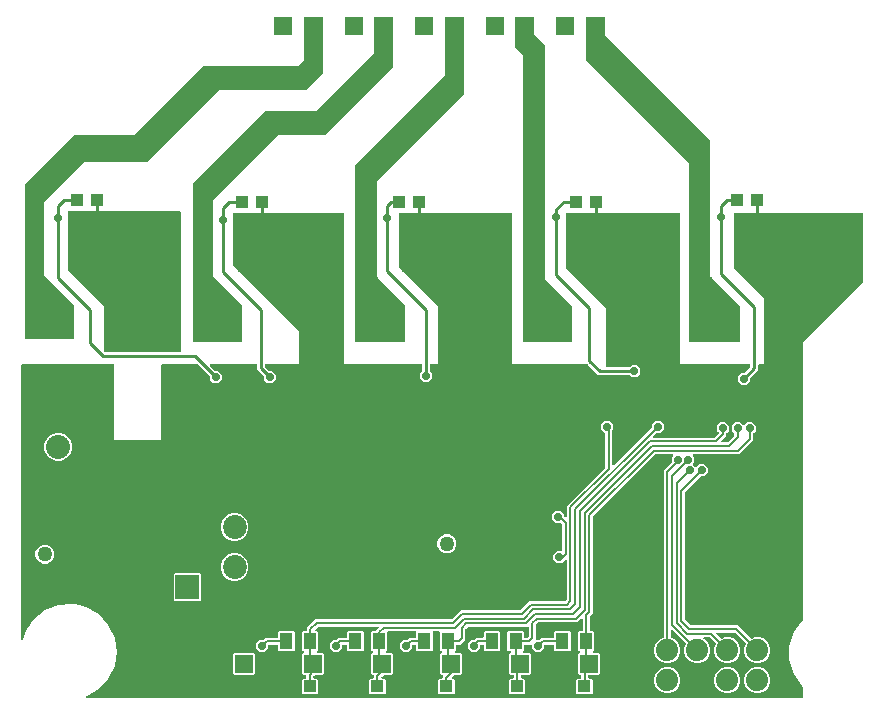
<source format=gbr>
G04 EAGLE Gerber RS-274X export*
G75*
%MOMM*%
%FSLAX34Y34*%
%LPD*%
%INBottom Copper*%
%IPPOS*%
%AMOC8*
5,1,8,0,0,1.08239X$1,22.5*%
G01*
%ADD10R,1.524000X1.524000*%
%ADD11R,2.025000X2.025000*%
%ADD12C,2.025000*%
%ADD13R,1.100000X1.000000*%
%ADD14C,1.879600*%
%ADD15R,2.032000X2.032000*%
%ADD16C,2.032000*%
%ADD17R,1.100000X1.400000*%
%ADD18C,1.275000*%
%ADD19C,0.756400*%
%ADD20C,0.706400*%
%ADD21C,0.254000*%
%ADD22C,0.200000*%

G36*
X715548Y355062D02*
X715548Y355062D01*
X715601Y355136D01*
X715661Y355205D01*
X715673Y355235D01*
X715692Y355261D01*
X715719Y355348D01*
X715753Y355433D01*
X715757Y355474D01*
X715764Y355497D01*
X715763Y355529D01*
X715771Y355600D01*
X715771Y412750D01*
X715768Y412770D01*
X715770Y412789D01*
X715748Y412891D01*
X715732Y412993D01*
X715722Y413010D01*
X715718Y413030D01*
X715665Y413119D01*
X715616Y413210D01*
X715602Y413224D01*
X715592Y413241D01*
X715513Y413308D01*
X715438Y413380D01*
X715420Y413388D01*
X715405Y413401D01*
X715309Y413440D01*
X715215Y413483D01*
X715195Y413485D01*
X715177Y413493D01*
X715010Y413511D01*
X607060Y413511D01*
X607040Y413508D01*
X607021Y413510D01*
X606919Y413488D01*
X606817Y413472D01*
X606800Y413462D01*
X606780Y413458D01*
X606691Y413405D01*
X606600Y413356D01*
X606586Y413342D01*
X606569Y413332D01*
X606502Y413253D01*
X606431Y413178D01*
X606422Y413160D01*
X606409Y413145D01*
X606370Y413049D01*
X606327Y412955D01*
X606325Y412935D01*
X606317Y412917D01*
X606299Y412750D01*
X606299Y367030D01*
X606314Y366940D01*
X606321Y366849D01*
X606333Y366819D01*
X606339Y366787D01*
X606381Y366707D01*
X606417Y366623D01*
X606443Y366591D01*
X606454Y366570D01*
X606477Y366548D01*
X606522Y366492D01*
X631699Y341315D01*
X631699Y285241D01*
X627602Y285241D01*
X627582Y285238D01*
X627563Y285240D01*
X627461Y285218D01*
X627359Y285202D01*
X627342Y285192D01*
X627322Y285188D01*
X627233Y285135D01*
X627142Y285086D01*
X627128Y285072D01*
X627111Y285062D01*
X627044Y284983D01*
X626972Y284908D01*
X626964Y284890D01*
X626951Y284875D01*
X626912Y284779D01*
X626869Y284685D01*
X626867Y284665D01*
X626859Y284647D01*
X626841Y284480D01*
X626841Y280585D01*
X619960Y273704D01*
X619907Y273630D01*
X619847Y273561D01*
X619835Y273531D01*
X619816Y273504D01*
X619789Y273417D01*
X619755Y273333D01*
X619751Y273292D01*
X619744Y273269D01*
X619745Y273237D01*
X619737Y273166D01*
X619737Y270955D01*
X616775Y267993D01*
X612585Y267993D01*
X609623Y270955D01*
X609623Y275145D01*
X612585Y278107D01*
X614796Y278107D01*
X614886Y278121D01*
X614977Y278129D01*
X615007Y278141D01*
X615039Y278146D01*
X615119Y278189D01*
X615203Y278225D01*
X615235Y278251D01*
X615256Y278262D01*
X615278Y278285D01*
X615334Y278330D01*
X620076Y283072D01*
X620129Y283146D01*
X620189Y283215D01*
X620201Y283245D01*
X620220Y283272D01*
X620247Y283359D01*
X620281Y283443D01*
X620285Y283484D01*
X620292Y283507D01*
X620291Y283539D01*
X620299Y283610D01*
X620299Y284480D01*
X620296Y284500D01*
X620298Y284519D01*
X620276Y284621D01*
X620260Y284723D01*
X620250Y284740D01*
X620246Y284760D01*
X620193Y284849D01*
X620144Y284940D01*
X620130Y284954D01*
X620120Y284971D01*
X620041Y285038D01*
X619966Y285110D01*
X619948Y285118D01*
X619933Y285131D01*
X619837Y285170D01*
X619743Y285213D01*
X619723Y285215D01*
X619705Y285223D01*
X619538Y285241D01*
X560831Y285241D01*
X560831Y412750D01*
X560828Y412770D01*
X560830Y412789D01*
X560808Y412891D01*
X560792Y412993D01*
X560782Y413010D01*
X560778Y413030D01*
X560725Y413119D01*
X560676Y413210D01*
X560662Y413224D01*
X560652Y413241D01*
X560573Y413308D01*
X560498Y413380D01*
X560480Y413388D01*
X560465Y413401D01*
X560369Y413440D01*
X560275Y413483D01*
X560255Y413485D01*
X560237Y413493D01*
X560070Y413511D01*
X464820Y413511D01*
X464800Y413508D01*
X464781Y413510D01*
X464679Y413488D01*
X464577Y413472D01*
X464560Y413462D01*
X464540Y413458D01*
X464451Y413405D01*
X464360Y413356D01*
X464346Y413342D01*
X464329Y413332D01*
X464262Y413253D01*
X464191Y413178D01*
X464182Y413160D01*
X464169Y413145D01*
X464130Y413049D01*
X464087Y412955D01*
X464085Y412935D01*
X464077Y412917D01*
X464059Y412750D01*
X464059Y367030D01*
X464074Y366940D01*
X464081Y366849D01*
X464093Y366819D01*
X464099Y366787D01*
X464141Y366707D01*
X464177Y366623D01*
X464203Y366591D01*
X464214Y366570D01*
X464237Y366548D01*
X464282Y366492D01*
X498349Y332425D01*
X498349Y283432D01*
X498352Y283412D01*
X498350Y283393D01*
X498372Y283291D01*
X498389Y283189D01*
X498398Y283172D01*
X498402Y283152D01*
X498455Y283063D01*
X498504Y282972D01*
X498518Y282958D01*
X498528Y282941D01*
X498607Y282874D01*
X498682Y282802D01*
X498700Y282794D01*
X498715Y282781D01*
X498811Y282742D01*
X498905Y282699D01*
X498925Y282697D01*
X498943Y282689D01*
X499110Y282671D01*
X517774Y282671D01*
X517864Y282685D01*
X517955Y282693D01*
X517985Y282705D01*
X518017Y282710D01*
X518098Y282753D01*
X518181Y282789D01*
X518214Y282815D01*
X518234Y282826D01*
X518256Y282849D01*
X518312Y282894D01*
X519875Y284457D01*
X524065Y284457D01*
X527027Y281495D01*
X527027Y277305D01*
X524065Y274343D01*
X519875Y274343D01*
X518312Y275906D01*
X518238Y275959D01*
X518169Y276019D01*
X518139Y276031D01*
X518113Y276050D01*
X518026Y276077D01*
X517941Y276111D01*
X517900Y276115D01*
X517878Y276122D01*
X517845Y276121D01*
X517774Y276129D01*
X491405Y276129D01*
X489266Y278268D01*
X482516Y285018D01*
X482442Y285071D01*
X482373Y285131D01*
X482343Y285143D01*
X482316Y285162D01*
X482229Y285189D01*
X482145Y285223D01*
X482104Y285227D01*
X482081Y285234D01*
X482049Y285233D01*
X481978Y285241D01*
X418591Y285241D01*
X418591Y412750D01*
X418588Y412770D01*
X418590Y412789D01*
X418568Y412891D01*
X418552Y412993D01*
X418542Y413010D01*
X418538Y413030D01*
X418485Y413119D01*
X418436Y413210D01*
X418422Y413224D01*
X418412Y413241D01*
X418333Y413308D01*
X418258Y413380D01*
X418240Y413388D01*
X418225Y413401D01*
X418129Y413440D01*
X418035Y413483D01*
X418015Y413485D01*
X417997Y413493D01*
X417830Y413511D01*
X323850Y413511D01*
X323830Y413508D01*
X323811Y413510D01*
X323709Y413488D01*
X323607Y413472D01*
X323590Y413462D01*
X323570Y413458D01*
X323481Y413405D01*
X323390Y413356D01*
X323376Y413342D01*
X323359Y413332D01*
X323292Y413253D01*
X323221Y413178D01*
X323212Y413160D01*
X323199Y413145D01*
X323160Y413049D01*
X323117Y412955D01*
X323115Y412935D01*
X323107Y412917D01*
X323089Y412750D01*
X323089Y367030D01*
X323104Y366940D01*
X323111Y366849D01*
X323123Y366819D01*
X323129Y366787D01*
X323171Y366707D01*
X323207Y366623D01*
X323233Y366591D01*
X323244Y366570D01*
X323267Y366548D01*
X323312Y366492D01*
X356109Y333695D01*
X356109Y285241D01*
X349472Y285241D01*
X349452Y285238D01*
X349433Y285240D01*
X349331Y285218D01*
X349229Y285202D01*
X349212Y285192D01*
X349192Y285188D01*
X349103Y285135D01*
X349012Y285086D01*
X348998Y285072D01*
X348981Y285062D01*
X348914Y284983D01*
X348842Y284908D01*
X348834Y284890D01*
X348821Y284875D01*
X348782Y284779D01*
X348739Y284685D01*
X348737Y284665D01*
X348729Y284647D01*
X348711Y284480D01*
X348711Y279786D01*
X348725Y279696D01*
X348733Y279605D01*
X348745Y279575D01*
X348750Y279543D01*
X348793Y279462D01*
X348829Y279379D01*
X348855Y279346D01*
X348866Y279326D01*
X348889Y279304D01*
X348934Y279248D01*
X350497Y277685D01*
X350497Y273495D01*
X347535Y270533D01*
X343345Y270533D01*
X340383Y273495D01*
X340383Y277685D01*
X341946Y279248D01*
X341999Y279322D01*
X342059Y279391D01*
X342071Y279421D01*
X342090Y279447D01*
X342117Y279534D01*
X342151Y279619D01*
X342155Y279660D01*
X342162Y279682D01*
X342161Y279715D01*
X342169Y279786D01*
X342169Y284480D01*
X342166Y284500D01*
X342168Y284519D01*
X342146Y284621D01*
X342130Y284723D01*
X342120Y284740D01*
X342116Y284760D01*
X342063Y284849D01*
X342014Y284940D01*
X342000Y284954D01*
X341990Y284971D01*
X341911Y285038D01*
X341836Y285110D01*
X341818Y285118D01*
X341803Y285131D01*
X341707Y285170D01*
X341613Y285213D01*
X341593Y285215D01*
X341575Y285223D01*
X341408Y285241D01*
X276351Y285241D01*
X276351Y412750D01*
X276348Y412770D01*
X276350Y412789D01*
X276328Y412891D01*
X276312Y412993D01*
X276302Y413010D01*
X276298Y413030D01*
X276245Y413119D01*
X276196Y413210D01*
X276182Y413224D01*
X276172Y413241D01*
X276093Y413308D01*
X276018Y413380D01*
X276000Y413388D01*
X275985Y413401D01*
X275889Y413440D01*
X275795Y413483D01*
X275775Y413485D01*
X275757Y413493D01*
X275590Y413511D01*
X182880Y413511D01*
X182860Y413508D01*
X182841Y413510D01*
X182739Y413488D01*
X182637Y413472D01*
X182620Y413462D01*
X182600Y413458D01*
X182511Y413405D01*
X182420Y413356D01*
X182406Y413342D01*
X182389Y413332D01*
X182322Y413253D01*
X182251Y413178D01*
X182242Y413160D01*
X182229Y413145D01*
X182190Y413049D01*
X182147Y412955D01*
X182145Y412935D01*
X182137Y412917D01*
X182119Y412750D01*
X182119Y369570D01*
X182134Y369480D01*
X182141Y369389D01*
X182153Y369359D01*
X182159Y369327D01*
X182201Y369247D01*
X182237Y369163D01*
X182263Y369131D01*
X182274Y369110D01*
X182297Y369088D01*
X182342Y369032D01*
X237999Y313375D01*
X237999Y285241D01*
X209772Y285241D01*
X209752Y285238D01*
X209733Y285240D01*
X209631Y285218D01*
X209529Y285202D01*
X209512Y285192D01*
X209492Y285188D01*
X209403Y285135D01*
X209312Y285086D01*
X209298Y285072D01*
X209281Y285062D01*
X209214Y284983D01*
X209142Y284908D01*
X209134Y284890D01*
X209121Y284875D01*
X209082Y284779D01*
X209039Y284685D01*
X209037Y284665D01*
X209029Y284647D01*
X209011Y284480D01*
X209011Y283610D01*
X209025Y283520D01*
X209033Y283429D01*
X209045Y283399D01*
X209050Y283367D01*
X209093Y283287D01*
X209129Y283203D01*
X209155Y283171D01*
X209166Y283150D01*
X209189Y283128D01*
X209234Y283072D01*
X212706Y279600D01*
X212780Y279547D01*
X212849Y279487D01*
X212879Y279475D01*
X212906Y279456D01*
X212993Y279429D01*
X213077Y279395D01*
X213118Y279391D01*
X213141Y279384D01*
X213173Y279385D01*
X213244Y279377D01*
X215455Y279377D01*
X218417Y276415D01*
X218417Y272225D01*
X215455Y269263D01*
X211265Y269263D01*
X208303Y272225D01*
X208303Y274436D01*
X208289Y274526D01*
X208281Y274617D01*
X208269Y274647D01*
X208264Y274679D01*
X208221Y274759D01*
X208185Y274843D01*
X208159Y274875D01*
X208148Y274896D01*
X208125Y274918D01*
X208080Y274974D01*
X202469Y280585D01*
X202469Y284480D01*
X202466Y284500D01*
X202468Y284519D01*
X202446Y284621D01*
X202430Y284723D01*
X202420Y284740D01*
X202416Y284760D01*
X202363Y284849D01*
X202314Y284940D01*
X202300Y284954D01*
X202290Y284971D01*
X202211Y285038D01*
X202136Y285110D01*
X202118Y285118D01*
X202103Y285131D01*
X202007Y285170D01*
X201913Y285213D01*
X201893Y285215D01*
X201875Y285223D01*
X201708Y285241D01*
X163182Y285241D01*
X163111Y285230D01*
X163040Y285228D01*
X162991Y285210D01*
X162939Y285202D01*
X162876Y285168D01*
X162809Y285143D01*
X162768Y285111D01*
X162722Y285086D01*
X162673Y285035D01*
X162617Y284990D01*
X162588Y284946D01*
X162553Y284908D01*
X162522Y284843D01*
X162484Y284783D01*
X162471Y284732D01*
X162449Y284685D01*
X162441Y284614D01*
X162424Y284544D01*
X162428Y284492D01*
X162422Y284441D01*
X162437Y284370D01*
X162443Y284299D01*
X162463Y284251D01*
X162474Y284200D01*
X162511Y284139D01*
X162539Y284073D01*
X162584Y284017D01*
X162600Y283989D01*
X162618Y283974D01*
X162644Y283942D01*
X166986Y279600D01*
X167060Y279547D01*
X167129Y279487D01*
X167159Y279475D01*
X167186Y279456D01*
X167273Y279429D01*
X167357Y279395D01*
X167398Y279391D01*
X167421Y279384D01*
X167453Y279385D01*
X167524Y279377D01*
X169735Y279377D01*
X172697Y276415D01*
X172697Y272225D01*
X169735Y269263D01*
X165545Y269263D01*
X162583Y272225D01*
X162583Y274436D01*
X162569Y274526D01*
X162561Y274617D01*
X162549Y274647D01*
X162544Y274679D01*
X162501Y274759D01*
X162465Y274843D01*
X162439Y274875D01*
X162428Y274896D01*
X162405Y274918D01*
X162360Y274974D01*
X152316Y285018D01*
X152242Y285071D01*
X152173Y285131D01*
X152143Y285143D01*
X152116Y285162D01*
X152029Y285189D01*
X151945Y285223D01*
X151904Y285227D01*
X151881Y285234D01*
X151849Y285233D01*
X151778Y285241D01*
X122412Y285241D01*
X122392Y285238D01*
X122373Y285240D01*
X122271Y285218D01*
X122169Y285202D01*
X122152Y285192D01*
X122132Y285188D01*
X122043Y285135D01*
X121952Y285086D01*
X121938Y285072D01*
X121921Y285062D01*
X121854Y284983D01*
X121782Y284908D01*
X121774Y284890D01*
X121761Y284875D01*
X121722Y284779D01*
X121679Y284685D01*
X121677Y284665D01*
X121669Y284647D01*
X121651Y284480D01*
X121651Y221835D01*
X121065Y221249D01*
X82135Y221249D01*
X81549Y221835D01*
X81549Y284480D01*
X81546Y284500D01*
X81548Y284519D01*
X81526Y284621D01*
X81510Y284723D01*
X81500Y284740D01*
X81496Y284760D01*
X81443Y284849D01*
X81394Y284940D01*
X81380Y284954D01*
X81370Y284971D01*
X81291Y285038D01*
X81216Y285110D01*
X81198Y285118D01*
X81183Y285131D01*
X81087Y285170D01*
X80993Y285213D01*
X80973Y285215D01*
X80955Y285223D01*
X80788Y285241D01*
X3524Y285241D01*
X3504Y285238D01*
X3485Y285240D01*
X3383Y285218D01*
X3281Y285202D01*
X3264Y285192D01*
X3244Y285188D01*
X3155Y285135D01*
X3064Y285086D01*
X3050Y285072D01*
X3033Y285062D01*
X2966Y284983D01*
X2894Y284908D01*
X2886Y284890D01*
X2873Y284875D01*
X2834Y284779D01*
X2791Y284685D01*
X2789Y284665D01*
X2781Y284647D01*
X2763Y284480D01*
X2763Y52242D01*
X2764Y52232D01*
X2763Y52222D01*
X2765Y52213D01*
X2764Y52204D01*
X2784Y52110D01*
X2802Y51999D01*
X2807Y51990D01*
X2809Y51981D01*
X2815Y51970D01*
X2816Y51964D01*
X2853Y51903D01*
X2865Y51882D01*
X2918Y51782D01*
X2925Y51775D01*
X2929Y51766D01*
X2940Y51757D01*
X2942Y51753D01*
X2980Y51721D01*
X3014Y51690D01*
X3096Y51612D01*
X3105Y51608D01*
X3112Y51602D01*
X3127Y51595D01*
X3129Y51593D01*
X3162Y51580D01*
X3216Y51556D01*
X3319Y51509D01*
X3329Y51508D01*
X3338Y51504D01*
X3355Y51502D01*
X3357Y51501D01*
X3524Y51483D01*
X3525Y51483D01*
X3536Y51485D01*
X3563Y51481D01*
X3573Y51484D01*
X3583Y51483D01*
X3693Y51510D01*
X3704Y51512D01*
X3767Y51522D01*
X3778Y51528D01*
X3804Y51534D01*
X3812Y51539D01*
X3822Y51541D01*
X3918Y51602D01*
X3920Y51603D01*
X3985Y51638D01*
X3995Y51648D01*
X4015Y51660D01*
X4021Y51667D01*
X4030Y51673D01*
X4097Y51756D01*
X4154Y51816D01*
X4161Y51831D01*
X4175Y51847D01*
X4178Y51856D01*
X4185Y51863D01*
X4251Y52017D01*
X6572Y59540D01*
X7534Y60951D01*
X8572Y62473D01*
X8572Y62474D01*
X10129Y64757D01*
X11167Y66280D01*
X12205Y67802D01*
X12724Y68563D01*
X13395Y69547D01*
X22864Y77098D01*
X34138Y81523D01*
X46216Y82429D01*
X48308Y81951D01*
X51643Y81190D01*
X54978Y80429D01*
X58025Y79733D01*
X68514Y73677D01*
X76752Y64799D01*
X82007Y53887D01*
X83812Y41910D01*
X82007Y29933D01*
X76752Y19021D01*
X68514Y10143D01*
X58192Y4183D01*
X58155Y4153D01*
X58112Y4130D01*
X58060Y4075D01*
X58002Y4027D01*
X57976Y3987D01*
X57943Y3952D01*
X57911Y3883D01*
X57871Y3819D01*
X57860Y3772D01*
X57839Y3729D01*
X57831Y3654D01*
X57813Y3580D01*
X57818Y3532D01*
X57812Y3485D01*
X57828Y3410D01*
X57835Y3335D01*
X57854Y3291D01*
X57865Y3244D01*
X57903Y3179D01*
X57934Y3110D01*
X57966Y3074D01*
X57991Y3033D01*
X58048Y2984D01*
X58099Y2928D01*
X58141Y2904D01*
X58178Y2873D01*
X58248Y2845D01*
X58314Y2808D01*
X58361Y2799D01*
X58406Y2781D01*
X58534Y2767D01*
X58556Y2763D01*
X58563Y2764D01*
X58573Y2763D01*
X664210Y2763D01*
X664230Y2766D01*
X664249Y2764D01*
X664351Y2786D01*
X664453Y2802D01*
X664470Y2812D01*
X664490Y2816D01*
X664579Y2869D01*
X664670Y2918D01*
X664684Y2932D01*
X664701Y2942D01*
X664768Y3021D01*
X664840Y3096D01*
X664848Y3114D01*
X664861Y3129D01*
X664900Y3225D01*
X664943Y3319D01*
X664945Y3339D01*
X664953Y3357D01*
X664971Y3524D01*
X664971Y11571D01*
X664970Y11581D01*
X664971Y11592D01*
X664950Y11703D01*
X664932Y11813D01*
X664927Y11823D01*
X664925Y11833D01*
X664869Y11932D01*
X664816Y12031D01*
X664809Y12038D01*
X664803Y12047D01*
X664685Y12166D01*
X663635Y13003D01*
X656812Y23010D01*
X653242Y34584D01*
X653242Y46696D01*
X656812Y58270D01*
X657602Y59428D01*
X658640Y60951D01*
X659678Y62473D01*
X659678Y62474D01*
X660197Y63235D01*
X661235Y64757D01*
X662273Y66280D01*
X663635Y68277D01*
X664685Y69114D01*
X664692Y69122D01*
X664701Y69128D01*
X664774Y69213D01*
X664850Y69297D01*
X664854Y69306D01*
X664861Y69315D01*
X664903Y69420D01*
X664948Y69522D01*
X664949Y69533D01*
X664953Y69543D01*
X664971Y69709D01*
X664971Y304485D01*
X715548Y355062D01*
G37*
%LPC*%
G36*
X241128Y6175D02*
X241128Y6175D01*
X240235Y7068D01*
X240235Y18332D01*
X241128Y19225D01*
X243498Y19225D01*
X243518Y19228D01*
X243537Y19226D01*
X243639Y19248D01*
X243741Y19264D01*
X243758Y19274D01*
X243778Y19278D01*
X243867Y19331D01*
X243958Y19380D01*
X243972Y19394D01*
X243989Y19404D01*
X244056Y19483D01*
X244128Y19558D01*
X244136Y19576D01*
X244149Y19591D01*
X244188Y19687D01*
X244231Y19781D01*
X244233Y19801D01*
X244241Y19819D01*
X244259Y19986D01*
X244259Y21844D01*
X244256Y21864D01*
X244258Y21883D01*
X244236Y21985D01*
X244220Y22087D01*
X244210Y22104D01*
X244206Y22124D01*
X244153Y22213D01*
X244104Y22304D01*
X244090Y22318D01*
X244080Y22335D01*
X244001Y22402D01*
X243926Y22474D01*
X243908Y22482D01*
X243893Y22495D01*
X243797Y22534D01*
X243703Y22577D01*
X243683Y22579D01*
X243665Y22587D01*
X243498Y22605D01*
X241938Y22605D01*
X241045Y23498D01*
X241045Y40002D01*
X242019Y40976D01*
X242061Y41034D01*
X242111Y41086D01*
X242133Y41133D01*
X242163Y41175D01*
X242184Y41244D01*
X242214Y41309D01*
X242220Y41361D01*
X242235Y41411D01*
X242233Y41482D01*
X242241Y41553D01*
X242230Y41604D01*
X242229Y41656D01*
X242204Y41724D01*
X242189Y41794D01*
X242162Y41839D01*
X242145Y41887D01*
X242100Y41943D01*
X242063Y42005D01*
X242023Y42039D01*
X241991Y42079D01*
X241931Y42118D01*
X241876Y42165D01*
X241828Y42184D01*
X241784Y42212D01*
X241714Y42230D01*
X241648Y42257D01*
X241577Y42265D01*
X241545Y42273D01*
X241522Y42271D01*
X241481Y42275D01*
X241358Y42275D01*
X240465Y43168D01*
X240465Y58432D01*
X241358Y59325D01*
X243728Y59325D01*
X243748Y59328D01*
X243767Y59326D01*
X243869Y59348D01*
X243971Y59364D01*
X243988Y59374D01*
X244008Y59378D01*
X244097Y59431D01*
X244188Y59480D01*
X244202Y59494D01*
X244219Y59504D01*
X244286Y59583D01*
X244358Y59658D01*
X244366Y59676D01*
X244379Y59691D01*
X244418Y59787D01*
X244461Y59881D01*
X244463Y59901D01*
X244471Y59919D01*
X244489Y60086D01*
X244489Y62043D01*
X251677Y69231D01*
X367048Y69231D01*
X367138Y69245D01*
X367229Y69253D01*
X367259Y69265D01*
X367291Y69270D01*
X367371Y69313D01*
X367455Y69349D01*
X367487Y69375D01*
X367508Y69386D01*
X367530Y69409D01*
X367586Y69454D01*
X375173Y77041D01*
X425081Y77041D01*
X425171Y77055D01*
X425262Y77063D01*
X425292Y77075D01*
X425324Y77080D01*
X425405Y77123D01*
X425488Y77159D01*
X425521Y77185D01*
X425541Y77196D01*
X425563Y77219D01*
X425619Y77264D01*
X433206Y84851D01*
X463072Y84851D01*
X463162Y84865D01*
X463253Y84873D01*
X463283Y84885D01*
X463314Y84890D01*
X463395Y84933D01*
X463479Y84969D01*
X463511Y84995D01*
X463532Y85006D01*
X463554Y85029D01*
X463610Y85074D01*
X464646Y86110D01*
X464699Y86184D01*
X464759Y86253D01*
X464771Y86284D01*
X464790Y86310D01*
X464817Y86397D01*
X464851Y86482D01*
X464855Y86522D01*
X464862Y86545D01*
X464861Y86577D01*
X464869Y86648D01*
X464869Y119330D01*
X464858Y119401D01*
X464856Y119473D01*
X464838Y119522D01*
X464830Y119573D01*
X464796Y119636D01*
X464771Y119704D01*
X464739Y119744D01*
X464714Y119790D01*
X464662Y119840D01*
X464618Y119896D01*
X464574Y119924D01*
X464536Y119960D01*
X464471Y119990D01*
X464411Y120029D01*
X464360Y120041D01*
X464313Y120063D01*
X464242Y120071D01*
X464172Y120089D01*
X464120Y120085D01*
X464069Y120090D01*
X463998Y120075D01*
X463927Y120070D01*
X463879Y120049D01*
X463828Y120038D01*
X463767Y120001D01*
X463701Y119973D01*
X463645Y119928D01*
X463617Y119912D01*
X463602Y119894D01*
X463570Y119868D01*
X460565Y116863D01*
X456375Y116863D01*
X453413Y119825D01*
X453413Y124015D01*
X456375Y126977D01*
X460108Y126977D01*
X460128Y126980D01*
X460147Y126978D01*
X460249Y127000D01*
X460351Y127016D01*
X460368Y127026D01*
X460388Y127030D01*
X460477Y127083D01*
X460568Y127132D01*
X460582Y127146D01*
X460599Y127156D01*
X460666Y127235D01*
X460738Y127310D01*
X460746Y127328D01*
X460759Y127343D01*
X460798Y127439D01*
X460841Y127533D01*
X460843Y127553D01*
X460851Y127571D01*
X460869Y127738D01*
X460869Y149572D01*
X460855Y149662D01*
X460847Y149753D01*
X460835Y149783D01*
X460830Y149814D01*
X460787Y149895D01*
X460751Y149979D01*
X460725Y150011D01*
X460714Y150032D01*
X460691Y150054D01*
X460646Y150110D01*
X459826Y150930D01*
X459752Y150983D01*
X459683Y151043D01*
X459652Y151055D01*
X459626Y151074D01*
X459539Y151101D01*
X459454Y151135D01*
X459414Y151139D01*
X459391Y151146D01*
X459359Y151145D01*
X459288Y151153D01*
X455105Y151153D01*
X452143Y154115D01*
X452143Y158305D01*
X455105Y161267D01*
X459295Y161267D01*
X462257Y158305D01*
X462257Y157302D01*
X462264Y157259D01*
X462264Y157257D01*
X462266Y157246D01*
X462271Y157212D01*
X462279Y157121D01*
X462291Y157091D01*
X462296Y157060D01*
X462313Y157027D01*
X462316Y157017D01*
X462341Y156975D01*
X462375Y156895D01*
X462401Y156863D01*
X462412Y156842D01*
X462431Y156823D01*
X462442Y156806D01*
X462456Y156793D01*
X462480Y156764D01*
X463570Y155674D01*
X463628Y155632D01*
X463680Y155583D01*
X463727Y155561D01*
X463769Y155530D01*
X463838Y155509D01*
X463903Y155479D01*
X463955Y155473D01*
X464005Y155458D01*
X464076Y155460D01*
X464147Y155452D01*
X464198Y155463D01*
X464250Y155464D01*
X464318Y155489D01*
X464388Y155504D01*
X464433Y155531D01*
X464481Y155549D01*
X464537Y155594D01*
X464599Y155630D01*
X464633Y155670D01*
X464673Y155703D01*
X464712Y155763D01*
X464759Y155817D01*
X464778Y155866D01*
X464806Y155909D01*
X464824Y155979D01*
X464851Y156045D01*
X464859Y156117D01*
X464867Y156148D01*
X464865Y156171D01*
X464869Y156212D01*
X464869Y165350D01*
X497156Y197637D01*
X497209Y197711D01*
X497269Y197781D01*
X497281Y197811D01*
X497300Y197837D01*
X497327Y197924D01*
X497361Y198009D01*
X497365Y198050D01*
X497372Y198072D01*
X497371Y198104D01*
X497379Y198176D01*
X497379Y226674D01*
X497365Y226764D01*
X497357Y226855D01*
X497345Y226885D01*
X497340Y226917D01*
X497297Y226998D01*
X497261Y227081D01*
X497235Y227114D01*
X497224Y227134D01*
X497201Y227156D01*
X497156Y227212D01*
X494053Y230315D01*
X494053Y234505D01*
X497015Y237467D01*
X501205Y237467D01*
X504167Y234505D01*
X504167Y230315D01*
X503604Y229752D01*
X503551Y229678D01*
X503491Y229609D01*
X503479Y229579D01*
X503460Y229553D01*
X503433Y229466D01*
X503399Y229381D01*
X503395Y229340D01*
X503388Y229318D01*
X503389Y229285D01*
X503381Y229214D01*
X503381Y200043D01*
X503392Y199972D01*
X503394Y199900D01*
X503412Y199851D01*
X503420Y199800D01*
X503454Y199737D01*
X503479Y199669D01*
X503511Y199629D01*
X503536Y199583D01*
X503587Y199533D01*
X503632Y199477D01*
X503676Y199449D01*
X503714Y199413D01*
X503779Y199383D01*
X503839Y199344D01*
X503890Y199332D01*
X503937Y199310D01*
X504008Y199302D01*
X504078Y199284D01*
X504130Y199288D01*
X504181Y199283D01*
X504252Y199298D01*
X504323Y199303D01*
X504371Y199324D01*
X504422Y199335D01*
X504483Y199372D01*
X504549Y199400D01*
X504605Y199444D01*
X504633Y199461D01*
X504648Y199479D01*
X504680Y199505D01*
X537010Y231835D01*
X537063Y231909D01*
X537123Y231978D01*
X537135Y232008D01*
X537154Y232034D01*
X537181Y232121D01*
X537215Y232206D01*
X537219Y232247D01*
X537226Y232269D01*
X537225Y232302D01*
X537233Y232373D01*
X537233Y234505D01*
X540195Y237467D01*
X544385Y237467D01*
X547347Y234505D01*
X547347Y230315D01*
X544385Y227353D01*
X541332Y227353D01*
X541242Y227339D01*
X541151Y227331D01*
X541121Y227319D01*
X541089Y227314D01*
X541008Y227271D01*
X540924Y227235D01*
X540892Y227209D01*
X540871Y227198D01*
X540852Y227178D01*
X540850Y227177D01*
X540845Y227171D01*
X540793Y227130D01*
X538053Y224390D01*
X538011Y224332D01*
X537962Y224280D01*
X537940Y224233D01*
X537910Y224191D01*
X537889Y224122D01*
X537858Y224057D01*
X537853Y224005D01*
X537837Y223955D01*
X537839Y223884D01*
X537831Y223813D01*
X537842Y223762D01*
X537844Y223710D01*
X537868Y223642D01*
X537884Y223572D01*
X537910Y223528D01*
X537928Y223479D01*
X537973Y223423D01*
X538010Y223361D01*
X538049Y223327D01*
X538082Y223287D01*
X538142Y223248D01*
X538197Y223201D01*
X538245Y223182D01*
X538289Y223154D01*
X538358Y223136D01*
X538425Y223109D01*
X538496Y223101D01*
X538527Y223093D01*
X538551Y223095D01*
X538592Y223091D01*
X589372Y223091D01*
X589462Y223105D01*
X589553Y223113D01*
X589583Y223125D01*
X589614Y223130D01*
X589695Y223173D01*
X589779Y223209D01*
X589811Y223235D01*
X589832Y223246D01*
X589854Y223269D01*
X589910Y223314D01*
X593204Y226608D01*
X593216Y226624D01*
X593231Y226637D01*
X593288Y226724D01*
X593348Y226808D01*
X593354Y226827D01*
X593364Y226843D01*
X593390Y226944D01*
X593420Y227043D01*
X593420Y227063D01*
X593424Y227082D01*
X593416Y227185D01*
X593414Y227289D01*
X593407Y227307D01*
X593405Y227327D01*
X593365Y227422D01*
X593329Y227520D01*
X593317Y227535D01*
X593309Y227554D01*
X593204Y227684D01*
X591843Y229045D01*
X591843Y233235D01*
X594805Y236197D01*
X598995Y236197D01*
X601957Y233235D01*
X601957Y229045D01*
X600124Y227212D01*
X600071Y227138D01*
X600011Y227069D01*
X599999Y227039D01*
X599980Y227013D01*
X599953Y226926D01*
X599919Y226841D01*
X599915Y226800D01*
X599908Y226778D01*
X599909Y226745D01*
X599901Y226674D01*
X599901Y224817D01*
X595474Y220390D01*
X595432Y220332D01*
X595383Y220280D01*
X595361Y220233D01*
X595330Y220191D01*
X595309Y220122D01*
X595279Y220057D01*
X595273Y220005D01*
X595258Y219955D01*
X595260Y219884D01*
X595252Y219813D01*
X595263Y219762D01*
X595264Y219710D01*
X595289Y219642D01*
X595304Y219572D01*
X595331Y219527D01*
X595349Y219479D01*
X595394Y219423D01*
X595430Y219361D01*
X595470Y219327D01*
X595503Y219287D01*
X595563Y219248D01*
X595617Y219201D01*
X595666Y219182D01*
X595709Y219154D01*
X595779Y219136D01*
X595845Y219109D01*
X595917Y219101D01*
X595948Y219093D01*
X595971Y219095D01*
X596012Y219091D01*
X600422Y219091D01*
X600512Y219105D01*
X600603Y219113D01*
X600633Y219125D01*
X600664Y219130D01*
X600745Y219173D01*
X600829Y219209D01*
X600861Y219235D01*
X600882Y219246D01*
X600904Y219269D01*
X600960Y219314D01*
X606376Y224730D01*
X606429Y224804D01*
X606489Y224873D01*
X606501Y224904D01*
X606520Y224930D01*
X606547Y225017D01*
X606581Y225102D01*
X606585Y225142D01*
X606592Y225165D01*
X606591Y225197D01*
X606599Y225268D01*
X606599Y226674D01*
X606585Y226764D01*
X606577Y226855D01*
X606565Y226885D01*
X606560Y226917D01*
X606517Y226998D01*
X606481Y227081D01*
X606455Y227114D01*
X606444Y227134D01*
X606421Y227156D01*
X606376Y227212D01*
X604543Y229045D01*
X604543Y233235D01*
X607505Y236197D01*
X611695Y236197D01*
X614142Y233750D01*
X614158Y233738D01*
X614170Y233722D01*
X614258Y233666D01*
X614341Y233606D01*
X614360Y233600D01*
X614377Y233589D01*
X614478Y233564D01*
X614577Y233534D01*
X614596Y233534D01*
X614616Y233529D01*
X614719Y233537D01*
X614822Y233540D01*
X614841Y233547D01*
X614861Y233548D01*
X614956Y233589D01*
X615053Y233624D01*
X615069Y233637D01*
X615087Y233645D01*
X615218Y233750D01*
X617665Y236197D01*
X621855Y236197D01*
X624817Y233235D01*
X624817Y229045D01*
X622984Y227212D01*
X622931Y227138D01*
X622871Y227069D01*
X622859Y227039D01*
X622840Y227013D01*
X622813Y226926D01*
X622779Y226841D01*
X622775Y226800D01*
X622768Y226778D01*
X622769Y226745D01*
X622761Y226674D01*
X622761Y221007D01*
X610843Y209089D01*
X572060Y209089D01*
X571989Y209078D01*
X571917Y209076D01*
X571868Y209058D01*
X571817Y209050D01*
X571754Y209016D01*
X571686Y208991D01*
X571646Y208959D01*
X571600Y208934D01*
X571550Y208882D01*
X571494Y208838D01*
X571466Y208794D01*
X571430Y208756D01*
X571400Y208691D01*
X571361Y208631D01*
X571349Y208580D01*
X571327Y208533D01*
X571319Y208462D01*
X571301Y208392D01*
X571305Y208340D01*
X571300Y208289D01*
X571315Y208218D01*
X571320Y208147D01*
X571341Y208099D01*
X571352Y208048D01*
X571389Y207987D01*
X571417Y207921D01*
X571462Y207865D01*
X571478Y207837D01*
X571496Y207822D01*
X571506Y207809D01*
X571522Y207790D01*
X572747Y206565D01*
X572747Y202375D01*
X571570Y201198D01*
X571558Y201182D01*
X571542Y201170D01*
X571511Y201121D01*
X571506Y201116D01*
X571502Y201106D01*
X571486Y201082D01*
X571426Y200999D01*
X571420Y200980D01*
X571409Y200963D01*
X571384Y200862D01*
X571354Y200763D01*
X571354Y200744D01*
X571349Y200724D01*
X571357Y200621D01*
X571360Y200518D01*
X571367Y200499D01*
X571368Y200479D01*
X571409Y200384D01*
X571444Y200287D01*
X571457Y200271D01*
X571465Y200253D01*
X571570Y200122D01*
X573502Y198190D01*
X573518Y198178D01*
X573530Y198162D01*
X573617Y198106D01*
X573701Y198046D01*
X573721Y198040D01*
X573737Y198029D01*
X573838Y198004D01*
X573937Y197974D01*
X573956Y197974D01*
X573976Y197969D01*
X574079Y197977D01*
X574182Y197980D01*
X574201Y197987D01*
X574221Y197988D01*
X574316Y198029D01*
X574413Y198065D01*
X574429Y198077D01*
X574447Y198085D01*
X574578Y198190D01*
X577025Y200637D01*
X581215Y200637D01*
X584177Y197675D01*
X584177Y193485D01*
X581215Y190523D01*
X578622Y190523D01*
X578532Y190509D01*
X578441Y190501D01*
X578411Y190489D01*
X578380Y190484D01*
X578299Y190441D01*
X578215Y190405D01*
X578183Y190379D01*
X578162Y190368D01*
X578140Y190345D01*
X578084Y190300D01*
X565134Y177350D01*
X565081Y177276D01*
X565021Y177207D01*
X565009Y177176D01*
X564990Y177150D01*
X564963Y177063D01*
X564929Y176978D01*
X564925Y176938D01*
X564918Y176915D01*
X564919Y176883D01*
X564911Y176812D01*
X564911Y69452D01*
X564925Y69362D01*
X564933Y69271D01*
X564945Y69241D01*
X564950Y69209D01*
X564993Y69129D01*
X565029Y69045D01*
X565055Y69013D01*
X565066Y68992D01*
X565089Y68970D01*
X565134Y68914D01*
X569674Y64374D01*
X569748Y64321D01*
X569817Y64261D01*
X569847Y64249D01*
X569873Y64230D01*
X569960Y64203D01*
X570045Y64169D01*
X570086Y64165D01*
X570109Y64158D01*
X570141Y64159D01*
X570212Y64151D01*
X609383Y64151D01*
X620391Y53143D01*
X620485Y53075D01*
X620580Y53005D01*
X620586Y53003D01*
X620591Y52999D01*
X620702Y52965D01*
X620814Y52928D01*
X620820Y52928D01*
X620826Y52927D01*
X620943Y52930D01*
X621060Y52931D01*
X621067Y52933D01*
X621072Y52933D01*
X621089Y52939D01*
X621221Y52977D01*
X623937Y54103D01*
X628283Y54103D01*
X632297Y52440D01*
X635370Y49367D01*
X637033Y45353D01*
X637033Y41007D01*
X635370Y36993D01*
X632297Y33920D01*
X628283Y32257D01*
X623937Y32257D01*
X619923Y33920D01*
X616850Y36993D01*
X615187Y41007D01*
X615187Y45353D01*
X616313Y48069D01*
X616339Y48183D01*
X616368Y48296D01*
X616367Y48303D01*
X616369Y48309D01*
X616358Y48425D01*
X616349Y48542D01*
X616346Y48547D01*
X616346Y48554D01*
X616298Y48661D01*
X616252Y48768D01*
X616248Y48774D01*
X616246Y48778D01*
X616233Y48792D01*
X616147Y48899D01*
X607120Y57926D01*
X607046Y57979D01*
X606977Y58039D01*
X606946Y58051D01*
X606920Y58070D01*
X606833Y58097D01*
X606748Y58131D01*
X606708Y58135D01*
X606685Y58142D01*
X606653Y58141D01*
X606582Y58149D01*
X591822Y58149D01*
X591751Y58138D01*
X591680Y58136D01*
X591631Y58118D01*
X591579Y58110D01*
X591516Y58076D01*
X591449Y58051D01*
X591408Y58019D01*
X591362Y57994D01*
X591313Y57942D01*
X591257Y57898D01*
X591229Y57854D01*
X591193Y57816D01*
X591163Y57751D01*
X591124Y57691D01*
X591111Y57640D01*
X591089Y57593D01*
X591081Y57522D01*
X591064Y57452D01*
X591068Y57400D01*
X591062Y57349D01*
X591077Y57278D01*
X591083Y57207D01*
X591103Y57159D01*
X591114Y57108D01*
X591151Y57047D01*
X591179Y56981D01*
X591224Y56925D01*
X591240Y56897D01*
X591258Y56882D01*
X591284Y56850D01*
X594991Y53143D01*
X595086Y53075D01*
X595180Y53005D01*
X595186Y53003D01*
X595191Y52999D01*
X595303Y52965D01*
X595414Y52928D01*
X595420Y52928D01*
X595426Y52927D01*
X595543Y52930D01*
X595660Y52931D01*
X595667Y52933D01*
X595672Y52933D01*
X595689Y52939D01*
X595821Y52977D01*
X598537Y54103D01*
X602883Y54103D01*
X606897Y52440D01*
X609970Y49367D01*
X611633Y45353D01*
X611633Y41007D01*
X609970Y36993D01*
X606897Y33920D01*
X602883Y32257D01*
X598537Y32257D01*
X594523Y33920D01*
X591450Y36993D01*
X589787Y41007D01*
X589787Y45353D01*
X590913Y48069D01*
X590939Y48183D01*
X590968Y48296D01*
X590967Y48303D01*
X590969Y48309D01*
X590958Y48425D01*
X590949Y48542D01*
X590946Y48547D01*
X590946Y48554D01*
X590898Y48661D01*
X590852Y48768D01*
X590848Y48774D01*
X590846Y48778D01*
X590833Y48792D01*
X590747Y48899D01*
X585720Y53926D01*
X585646Y53979D01*
X585577Y54039D01*
X585546Y54051D01*
X585520Y54070D01*
X585433Y54097D01*
X585348Y54131D01*
X585308Y54135D01*
X585285Y54142D01*
X585253Y54141D01*
X585182Y54149D01*
X581197Y54149D01*
X581101Y54134D01*
X581004Y54124D01*
X580980Y54114D01*
X580955Y54110D01*
X580869Y54064D01*
X580780Y54024D01*
X580760Y54007D01*
X580737Y53994D01*
X580670Y53924D01*
X580598Y53858D01*
X580586Y53835D01*
X580568Y53816D01*
X580527Y53728D01*
X580480Y53642D01*
X580475Y53617D01*
X580464Y53593D01*
X580453Y53496D01*
X580436Y53400D01*
X580440Y53374D01*
X580437Y53349D01*
X580458Y53254D01*
X580472Y53157D01*
X580484Y53134D01*
X580489Y53108D01*
X580539Y53025D01*
X580583Y52938D01*
X580602Y52919D01*
X580616Y52897D01*
X580690Y52834D01*
X580759Y52766D01*
X580788Y52750D01*
X580802Y52737D01*
X580833Y52725D01*
X580906Y52685D01*
X581497Y52440D01*
X584570Y49367D01*
X586233Y45353D01*
X586233Y41007D01*
X584570Y36993D01*
X581497Y33920D01*
X577483Y32257D01*
X573137Y32257D01*
X569123Y33920D01*
X566050Y36993D01*
X564387Y41007D01*
X564387Y45353D01*
X565513Y48069D01*
X565539Y48183D01*
X565568Y48296D01*
X565567Y48303D01*
X565569Y48309D01*
X565558Y48425D01*
X565549Y48542D01*
X565546Y48547D01*
X565546Y48554D01*
X565498Y48661D01*
X565452Y48768D01*
X565448Y48774D01*
X565446Y48778D01*
X565433Y48792D01*
X565347Y48899D01*
X554210Y60036D01*
X554152Y60078D01*
X554100Y60127D01*
X554053Y60149D01*
X554011Y60180D01*
X553942Y60201D01*
X553877Y60231D01*
X553825Y60237D01*
X553775Y60252D01*
X553704Y60250D01*
X553633Y60258D01*
X553582Y60247D01*
X553530Y60246D01*
X553462Y60221D01*
X553392Y60206D01*
X553347Y60179D01*
X553299Y60161D01*
X553243Y60116D01*
X553181Y60080D01*
X553147Y60040D01*
X553107Y60007D01*
X553068Y59947D01*
X553021Y59893D01*
X553002Y59844D01*
X552974Y59801D01*
X552956Y59731D01*
X552929Y59665D01*
X552921Y59593D01*
X552913Y59562D01*
X552915Y59539D01*
X552911Y59498D01*
X552911Y54268D01*
X552930Y54154D01*
X552947Y54037D01*
X552949Y54032D01*
X552950Y54026D01*
X553005Y53923D01*
X553058Y53818D01*
X553063Y53814D01*
X553066Y53808D01*
X553150Y53728D01*
X553234Y53646D01*
X553240Y53642D01*
X553244Y53639D01*
X553261Y53631D01*
X553381Y53565D01*
X556097Y52440D01*
X559170Y49367D01*
X560833Y45353D01*
X560833Y41007D01*
X559170Y36993D01*
X556097Y33920D01*
X552083Y32257D01*
X547737Y32257D01*
X543723Y33920D01*
X540650Y36993D01*
X538987Y41007D01*
X538987Y45353D01*
X540650Y49367D01*
X543723Y52440D01*
X546439Y53565D01*
X546539Y53627D01*
X546639Y53687D01*
X546643Y53691D01*
X546648Y53695D01*
X546723Y53784D01*
X546799Y53874D01*
X546801Y53879D01*
X546805Y53884D01*
X546847Y53992D01*
X546891Y54102D01*
X546892Y54109D01*
X546893Y54114D01*
X546894Y54132D01*
X546909Y54268D01*
X546909Y195553D01*
X553520Y202164D01*
X553573Y202238D01*
X553633Y202307D01*
X553645Y202338D01*
X553664Y202364D01*
X553691Y202451D01*
X553725Y202536D01*
X553729Y202576D01*
X553736Y202599D01*
X553735Y202631D01*
X553743Y202702D01*
X553743Y206565D01*
X554968Y207790D01*
X555010Y207848D01*
X555060Y207900D01*
X555082Y207947D01*
X555112Y207989D01*
X555133Y208058D01*
X555163Y208123D01*
X555169Y208175D01*
X555184Y208225D01*
X555182Y208296D01*
X555190Y208367D01*
X555179Y208418D01*
X555178Y208470D01*
X555153Y208538D01*
X555138Y208608D01*
X555111Y208653D01*
X555094Y208701D01*
X555049Y208757D01*
X555012Y208819D01*
X554972Y208853D01*
X554940Y208893D01*
X554880Y208932D01*
X554825Y208979D01*
X554777Y208998D01*
X554733Y209026D01*
X554663Y209044D01*
X554597Y209071D01*
X554526Y209079D01*
X554494Y209087D01*
X554471Y209085D01*
X554430Y209089D01*
X540038Y209089D01*
X539948Y209075D01*
X539857Y209067D01*
X539827Y209055D01*
X539796Y209050D01*
X539715Y209007D01*
X539631Y208971D01*
X539599Y208945D01*
X539578Y208934D01*
X539556Y208911D01*
X539551Y208907D01*
X539550Y208907D01*
X539550Y208906D01*
X539500Y208866D01*
X487094Y156460D01*
X487041Y156386D01*
X486981Y156317D01*
X486969Y156286D01*
X486950Y156260D01*
X486923Y156173D01*
X486889Y156088D01*
X486885Y156048D01*
X486878Y156025D01*
X486879Y155993D01*
X486871Y155922D01*
X486871Y74380D01*
X484890Y72400D01*
X484890Y72399D01*
X484394Y71903D01*
X484340Y71829D01*
X484281Y71760D01*
X484269Y71730D01*
X484250Y71703D01*
X484223Y71616D01*
X484189Y71532D01*
X484185Y71491D01*
X484178Y71468D01*
X484179Y71436D01*
X484171Y71365D01*
X484171Y60086D01*
X484174Y60066D01*
X484172Y60047D01*
X484194Y59945D01*
X484210Y59843D01*
X484220Y59826D01*
X484224Y59806D01*
X484277Y59717D01*
X484326Y59626D01*
X484340Y59612D01*
X484350Y59595D01*
X484429Y59528D01*
X484504Y59456D01*
X484522Y59448D01*
X484537Y59435D01*
X484633Y59396D01*
X484727Y59353D01*
X484747Y59351D01*
X484765Y59343D01*
X484932Y59325D01*
X487302Y59325D01*
X488195Y58432D01*
X488195Y43168D01*
X487221Y42194D01*
X487179Y42136D01*
X487129Y42084D01*
X487107Y42037D01*
X487077Y41995D01*
X487056Y41926D01*
X487026Y41861D01*
X487020Y41809D01*
X487005Y41759D01*
X487007Y41688D01*
X486999Y41617D01*
X487010Y41566D01*
X487011Y41514D01*
X487036Y41446D01*
X487051Y41376D01*
X487078Y41331D01*
X487095Y41283D01*
X487140Y41227D01*
X487177Y41165D01*
X487217Y41131D01*
X487249Y41091D01*
X487309Y41052D01*
X487364Y41005D01*
X487412Y40986D01*
X487456Y40958D01*
X487526Y40940D01*
X487592Y40913D01*
X487663Y40905D01*
X487695Y40897D01*
X487718Y40899D01*
X487759Y40895D01*
X492122Y40895D01*
X493015Y40002D01*
X493015Y23498D01*
X492122Y22605D01*
X483822Y22605D01*
X483802Y22602D01*
X483783Y22604D01*
X483681Y22582D01*
X483579Y22566D01*
X483562Y22556D01*
X483542Y22552D01*
X483453Y22499D01*
X483362Y22450D01*
X483348Y22436D01*
X483331Y22426D01*
X483264Y22347D01*
X483192Y22272D01*
X483184Y22254D01*
X483171Y22239D01*
X483132Y22143D01*
X483089Y22049D01*
X483087Y22029D01*
X483079Y22011D01*
X483061Y21844D01*
X483061Y19986D01*
X483064Y19966D01*
X483062Y19947D01*
X483084Y19845D01*
X483100Y19743D01*
X483110Y19726D01*
X483114Y19706D01*
X483167Y19617D01*
X483216Y19526D01*
X483230Y19512D01*
X483240Y19495D01*
X483319Y19428D01*
X483394Y19356D01*
X483412Y19348D01*
X483427Y19335D01*
X483523Y19296D01*
X483617Y19253D01*
X483637Y19251D01*
X483655Y19243D01*
X483822Y19225D01*
X485802Y19225D01*
X486695Y18332D01*
X486695Y7068D01*
X485802Y6175D01*
X473538Y6175D01*
X472645Y7068D01*
X472645Y18332D01*
X473538Y19225D01*
X476298Y19225D01*
X476318Y19228D01*
X476337Y19226D01*
X476439Y19248D01*
X476541Y19264D01*
X476558Y19274D01*
X476578Y19278D01*
X476667Y19331D01*
X476758Y19380D01*
X476772Y19394D01*
X476789Y19404D01*
X476856Y19483D01*
X476928Y19558D01*
X476936Y19576D01*
X476949Y19591D01*
X476988Y19687D01*
X477031Y19781D01*
X477033Y19801D01*
X477041Y19819D01*
X477059Y19986D01*
X477059Y21844D01*
X477056Y21864D01*
X477058Y21883D01*
X477036Y21985D01*
X477020Y22087D01*
X477010Y22104D01*
X477006Y22124D01*
X476953Y22213D01*
X476904Y22304D01*
X476890Y22318D01*
X476880Y22335D01*
X476801Y22402D01*
X476726Y22474D01*
X476708Y22482D01*
X476693Y22495D01*
X476597Y22534D01*
X476503Y22577D01*
X476483Y22579D01*
X476465Y22587D01*
X476298Y22605D01*
X475618Y22605D01*
X474725Y23498D01*
X474725Y40002D01*
X475699Y40976D01*
X475741Y41034D01*
X475791Y41086D01*
X475813Y41133D01*
X475843Y41175D01*
X475864Y41244D01*
X475894Y41309D01*
X475900Y41361D01*
X475915Y41411D01*
X475913Y41482D01*
X475921Y41553D01*
X475910Y41604D01*
X475909Y41656D01*
X475884Y41724D01*
X475869Y41794D01*
X475842Y41839D01*
X475825Y41887D01*
X475780Y41943D01*
X475743Y42005D01*
X475703Y42039D01*
X475671Y42079D01*
X475611Y42118D01*
X475556Y42165D01*
X475508Y42184D01*
X475464Y42212D01*
X475394Y42230D01*
X475328Y42257D01*
X475257Y42265D01*
X475225Y42273D01*
X475202Y42271D01*
X475161Y42275D01*
X475038Y42275D01*
X474145Y43168D01*
X474145Y58432D01*
X475038Y59325D01*
X477408Y59325D01*
X477428Y59328D01*
X477447Y59326D01*
X477549Y59348D01*
X477651Y59364D01*
X477668Y59374D01*
X477688Y59378D01*
X477777Y59431D01*
X477868Y59480D01*
X477882Y59494D01*
X477899Y59504D01*
X477966Y59583D01*
X478038Y59658D01*
X478046Y59676D01*
X478059Y59691D01*
X478098Y59787D01*
X478141Y59881D01*
X478143Y59901D01*
X478151Y59919D01*
X478169Y60086D01*
X478169Y69498D01*
X478158Y69569D01*
X478156Y69640D01*
X478138Y69689D01*
X478130Y69741D01*
X478096Y69804D01*
X478071Y69871D01*
X478039Y69912D01*
X478014Y69958D01*
X477962Y70007D01*
X477918Y70063D01*
X477874Y70091D01*
X477836Y70127D01*
X477771Y70157D01*
X477711Y70196D01*
X477660Y70209D01*
X477613Y70231D01*
X477542Y70239D01*
X477472Y70256D01*
X477420Y70252D01*
X477369Y70258D01*
X477298Y70243D01*
X477227Y70237D01*
X477179Y70217D01*
X477128Y70206D01*
X477067Y70169D01*
X477001Y70141D01*
X476945Y70096D01*
X476917Y70080D01*
X476902Y70062D01*
X476870Y70036D01*
X473683Y66849D01*
X440978Y66849D01*
X440888Y66835D01*
X440797Y66827D01*
X440767Y66815D01*
X440736Y66810D01*
X440655Y66767D01*
X440571Y66731D01*
X440539Y66705D01*
X440518Y66694D01*
X440496Y66671D01*
X440440Y66626D01*
X438834Y65020D01*
X438781Y64946D01*
X438721Y64877D01*
X438709Y64846D01*
X438690Y64820D01*
X438663Y64733D01*
X438629Y64648D01*
X438625Y64608D01*
X438618Y64585D01*
X438619Y64553D01*
X438611Y64482D01*
X438611Y52808D01*
X438614Y52788D01*
X438612Y52769D01*
X438634Y52667D01*
X438650Y52565D01*
X438660Y52548D01*
X438664Y52528D01*
X438717Y52439D01*
X438766Y52348D01*
X438780Y52334D01*
X438790Y52317D01*
X438869Y52250D01*
X438944Y52178D01*
X438962Y52170D01*
X438977Y52157D01*
X439073Y52118D01*
X439167Y52075D01*
X439187Y52073D01*
X439205Y52065D01*
X439372Y52047D01*
X441188Y52047D01*
X441278Y52061D01*
X441369Y52069D01*
X441399Y52081D01*
X441430Y52086D01*
X441511Y52129D01*
X441595Y52165D01*
X441627Y52191D01*
X441648Y52202D01*
X441670Y52225D01*
X441726Y52270D01*
X443257Y53801D01*
X453384Y53801D01*
X453404Y53804D01*
X453423Y53802D01*
X453525Y53824D01*
X453627Y53840D01*
X453644Y53850D01*
X453664Y53854D01*
X453753Y53907D01*
X453844Y53956D01*
X453858Y53970D01*
X453875Y53980D01*
X453942Y54059D01*
X454014Y54134D01*
X454022Y54152D01*
X454035Y54167D01*
X454074Y54263D01*
X454117Y54357D01*
X454119Y54377D01*
X454127Y54395D01*
X454145Y54562D01*
X454145Y58432D01*
X455038Y59325D01*
X467302Y59325D01*
X468195Y58432D01*
X468195Y43168D01*
X467302Y42275D01*
X455038Y42275D01*
X454145Y43168D01*
X454145Y47038D01*
X454142Y47058D01*
X454144Y47077D01*
X454122Y47179D01*
X454106Y47281D01*
X454096Y47298D01*
X454092Y47318D01*
X454039Y47407D01*
X453990Y47498D01*
X453976Y47512D01*
X453966Y47529D01*
X453887Y47596D01*
X453812Y47668D01*
X453794Y47676D01*
X453779Y47689D01*
X453683Y47728D01*
X453589Y47771D01*
X453569Y47773D01*
X453551Y47781D01*
X453384Y47799D01*
X446508Y47799D01*
X446488Y47796D01*
X446469Y47798D01*
X446367Y47776D01*
X446265Y47760D01*
X446248Y47750D01*
X446228Y47746D01*
X446139Y47693D01*
X446048Y47644D01*
X446034Y47630D01*
X446017Y47620D01*
X445950Y47541D01*
X445878Y47466D01*
X445870Y47448D01*
X445857Y47433D01*
X445818Y47337D01*
X445775Y47243D01*
X445773Y47223D01*
X445765Y47205D01*
X445747Y47038D01*
X445747Y44895D01*
X442785Y41933D01*
X438595Y41933D01*
X435633Y44895D01*
X435633Y47282D01*
X435622Y47352D01*
X435620Y47424D01*
X435602Y47473D01*
X435594Y47525D01*
X435560Y47588D01*
X435535Y47655D01*
X435503Y47696D01*
X435478Y47742D01*
X435427Y47791D01*
X435382Y47847D01*
X435338Y47875D01*
X435300Y47911D01*
X435235Y47942D01*
X435175Y47980D01*
X435124Y47993D01*
X435077Y48015D01*
X435006Y48023D01*
X434936Y48040D01*
X434884Y48036D01*
X434833Y48042D01*
X434762Y48027D01*
X434691Y48021D01*
X434643Y48001D01*
X434592Y47990D01*
X434531Y47953D01*
X434465Y47925D01*
X434409Y47880D01*
X434381Y47864D01*
X434366Y47846D01*
X434334Y47820D01*
X434313Y47799D01*
X429266Y47799D01*
X429246Y47796D01*
X429227Y47798D01*
X429125Y47776D01*
X429023Y47760D01*
X429006Y47750D01*
X428986Y47746D01*
X428897Y47693D01*
X428806Y47644D01*
X428792Y47630D01*
X428775Y47620D01*
X428708Y47541D01*
X428636Y47466D01*
X428628Y47448D01*
X428615Y47433D01*
X428576Y47337D01*
X428533Y47243D01*
X428531Y47223D01*
X428523Y47205D01*
X428505Y47038D01*
X428505Y43168D01*
X427531Y42194D01*
X427489Y42136D01*
X427439Y42084D01*
X427417Y42037D01*
X427387Y41995D01*
X427366Y41926D01*
X427336Y41861D01*
X427330Y41809D01*
X427315Y41759D01*
X427317Y41688D01*
X427309Y41617D01*
X427320Y41566D01*
X427321Y41514D01*
X427346Y41446D01*
X427361Y41376D01*
X427388Y41331D01*
X427405Y41283D01*
X427450Y41227D01*
X427487Y41165D01*
X427527Y41131D01*
X427559Y41091D01*
X427619Y41052D01*
X427674Y41005D01*
X427722Y40986D01*
X427766Y40958D01*
X427836Y40940D01*
X427902Y40913D01*
X427973Y40905D01*
X428005Y40897D01*
X428028Y40899D01*
X428069Y40895D01*
X433702Y40895D01*
X434595Y40002D01*
X434595Y23498D01*
X433702Y22605D01*
X426672Y22605D01*
X426652Y22602D01*
X426633Y22604D01*
X426531Y22582D01*
X426429Y22566D01*
X426412Y22556D01*
X426392Y22552D01*
X426303Y22499D01*
X426212Y22450D01*
X426198Y22436D01*
X426181Y22426D01*
X426114Y22347D01*
X426042Y22272D01*
X426034Y22254D01*
X426021Y22239D01*
X425982Y22143D01*
X425939Y22049D01*
X425937Y22029D01*
X425929Y22011D01*
X425911Y21844D01*
X425911Y19986D01*
X425914Y19966D01*
X425912Y19947D01*
X425934Y19845D01*
X425950Y19743D01*
X425960Y19726D01*
X425964Y19706D01*
X426017Y19617D01*
X426066Y19526D01*
X426080Y19512D01*
X426090Y19495D01*
X426169Y19428D01*
X426244Y19356D01*
X426262Y19348D01*
X426277Y19335D01*
X426373Y19296D01*
X426467Y19253D01*
X426487Y19251D01*
X426505Y19243D01*
X426672Y19225D01*
X428652Y19225D01*
X429545Y18332D01*
X429545Y7068D01*
X428652Y6175D01*
X416388Y6175D01*
X415495Y7068D01*
X415495Y18332D01*
X416388Y19225D01*
X419148Y19225D01*
X419168Y19228D01*
X419187Y19226D01*
X419289Y19248D01*
X419391Y19264D01*
X419408Y19274D01*
X419428Y19278D01*
X419517Y19331D01*
X419608Y19380D01*
X419622Y19394D01*
X419639Y19404D01*
X419706Y19483D01*
X419778Y19558D01*
X419786Y19576D01*
X419799Y19591D01*
X419838Y19687D01*
X419881Y19781D01*
X419883Y19801D01*
X419891Y19819D01*
X419909Y19986D01*
X419909Y21844D01*
X419906Y21864D01*
X419908Y21883D01*
X419886Y21985D01*
X419870Y22087D01*
X419860Y22104D01*
X419856Y22124D01*
X419803Y22213D01*
X419754Y22304D01*
X419740Y22318D01*
X419730Y22335D01*
X419651Y22402D01*
X419576Y22474D01*
X419558Y22482D01*
X419543Y22495D01*
X419447Y22534D01*
X419353Y22577D01*
X419333Y22579D01*
X419315Y22587D01*
X419148Y22605D01*
X417198Y22605D01*
X416305Y23498D01*
X416305Y40002D01*
X417279Y40976D01*
X417321Y41034D01*
X417371Y41086D01*
X417393Y41133D01*
X417423Y41175D01*
X417444Y41244D01*
X417474Y41309D01*
X417480Y41361D01*
X417495Y41411D01*
X417493Y41482D01*
X417501Y41553D01*
X417490Y41604D01*
X417489Y41656D01*
X417464Y41724D01*
X417449Y41794D01*
X417422Y41839D01*
X417405Y41887D01*
X417360Y41943D01*
X417323Y42005D01*
X417283Y42039D01*
X417251Y42079D01*
X417191Y42118D01*
X417136Y42165D01*
X417088Y42184D01*
X417044Y42212D01*
X416974Y42230D01*
X416908Y42257D01*
X416837Y42265D01*
X416805Y42273D01*
X416782Y42271D01*
X416741Y42275D01*
X415348Y42275D01*
X414455Y43168D01*
X414455Y58432D01*
X415348Y59325D01*
X427612Y59325D01*
X428505Y58432D01*
X428505Y54562D01*
X428508Y54542D01*
X428506Y54523D01*
X428528Y54421D01*
X428544Y54319D01*
X428554Y54302D01*
X428558Y54282D01*
X428611Y54193D01*
X428660Y54102D01*
X428674Y54088D01*
X428684Y54071D01*
X428763Y54004D01*
X428838Y53932D01*
X428856Y53924D01*
X428871Y53911D01*
X428967Y53872D01*
X429061Y53829D01*
X429081Y53827D01*
X429099Y53819D01*
X429266Y53801D01*
X431512Y53801D01*
X431602Y53815D01*
X431693Y53823D01*
X431723Y53835D01*
X431754Y53840D01*
X431835Y53883D01*
X431919Y53919D01*
X431951Y53945D01*
X431972Y53956D01*
X431994Y53979D01*
X432050Y54024D01*
X432386Y54360D01*
X432439Y54434D01*
X432499Y54503D01*
X432511Y54534D01*
X432530Y54560D01*
X432557Y54647D01*
X432591Y54732D01*
X432595Y54772D01*
X432602Y54795D01*
X432601Y54827D01*
X432609Y54898D01*
X432609Y62615D01*
X432598Y62685D01*
X432596Y62757D01*
X432578Y62806D01*
X432570Y62857D01*
X432536Y62921D01*
X432511Y62988D01*
X432479Y63029D01*
X432454Y63075D01*
X432403Y63124D01*
X432358Y63180D01*
X432314Y63208D01*
X432276Y63244D01*
X432211Y63274D01*
X432151Y63313D01*
X432100Y63326D01*
X432053Y63348D01*
X431982Y63356D01*
X431912Y63373D01*
X431860Y63369D01*
X431809Y63375D01*
X431738Y63360D01*
X431667Y63354D01*
X431619Y63334D01*
X431568Y63323D01*
X431507Y63286D01*
X431441Y63258D01*
X431385Y63213D01*
X431357Y63196D01*
X431342Y63179D01*
X431310Y63153D01*
X431196Y63039D01*
X381288Y63039D01*
X381198Y63025D01*
X381107Y63017D01*
X381077Y63005D01*
X381045Y63000D01*
X380965Y62957D01*
X380881Y62921D01*
X380849Y62895D01*
X380828Y62884D01*
X380806Y62861D01*
X380750Y62816D01*
X379144Y61210D01*
X379091Y61136D01*
X379031Y61067D01*
X379019Y61037D01*
X379000Y61010D01*
X378973Y60923D01*
X378939Y60838D01*
X378935Y60798D01*
X378928Y60775D01*
X378929Y60743D01*
X378921Y60672D01*
X378921Y52097D01*
X374623Y47799D01*
X372116Y47799D01*
X372096Y47796D01*
X372077Y47798D01*
X371975Y47776D01*
X371873Y47760D01*
X371856Y47750D01*
X371836Y47746D01*
X371747Y47693D01*
X371656Y47644D01*
X371642Y47630D01*
X371625Y47620D01*
X371558Y47541D01*
X371486Y47466D01*
X371478Y47448D01*
X371465Y47433D01*
X371426Y47337D01*
X371383Y47243D01*
X371381Y47223D01*
X371373Y47205D01*
X371355Y47038D01*
X371355Y43168D01*
X370381Y42194D01*
X370339Y42136D01*
X370289Y42084D01*
X370267Y42037D01*
X370237Y41995D01*
X370216Y41926D01*
X370186Y41861D01*
X370180Y41809D01*
X370165Y41759D01*
X370167Y41688D01*
X370159Y41617D01*
X370170Y41566D01*
X370171Y41514D01*
X370196Y41446D01*
X370211Y41376D01*
X370238Y41331D01*
X370255Y41283D01*
X370300Y41227D01*
X370337Y41165D01*
X370377Y41131D01*
X370409Y41091D01*
X370469Y41052D01*
X370524Y41005D01*
X370572Y40986D01*
X370616Y40958D01*
X370686Y40940D01*
X370752Y40913D01*
X370823Y40905D01*
X370855Y40897D01*
X370878Y40899D01*
X370919Y40895D01*
X375282Y40895D01*
X376175Y40002D01*
X376175Y23498D01*
X375282Y22605D01*
X370064Y22605D01*
X369974Y22591D01*
X369883Y22583D01*
X369853Y22571D01*
X369821Y22566D01*
X369741Y22523D01*
X369657Y22487D01*
X369625Y22461D01*
X369604Y22450D01*
X369582Y22427D01*
X369526Y22382D01*
X367668Y20524D01*
X367626Y20466D01*
X367577Y20414D01*
X367555Y20367D01*
X367524Y20325D01*
X367503Y20256D01*
X367473Y20191D01*
X367467Y20139D01*
X367452Y20089D01*
X367454Y20018D01*
X367446Y19947D01*
X367457Y19896D01*
X367458Y19844D01*
X367483Y19776D01*
X367498Y19706D01*
X367525Y19662D01*
X367543Y19613D01*
X367588Y19557D01*
X367624Y19495D01*
X367664Y19461D01*
X367697Y19421D01*
X367757Y19382D01*
X367811Y19335D01*
X367860Y19316D01*
X367903Y19288D01*
X367973Y19270D01*
X368039Y19243D01*
X368111Y19235D01*
X368142Y19227D01*
X368165Y19229D01*
X368206Y19225D01*
X368962Y19225D01*
X369855Y18332D01*
X369855Y7068D01*
X368962Y6175D01*
X356698Y6175D01*
X355805Y7068D01*
X355805Y18332D01*
X356698Y19225D01*
X359068Y19225D01*
X359088Y19228D01*
X359107Y19226D01*
X359209Y19248D01*
X359311Y19264D01*
X359328Y19274D01*
X359348Y19278D01*
X359437Y19331D01*
X359528Y19380D01*
X359542Y19394D01*
X359559Y19404D01*
X359626Y19483D01*
X359698Y19558D01*
X359706Y19576D01*
X359719Y19591D01*
X359758Y19687D01*
X359801Y19781D01*
X359803Y19801D01*
X359811Y19819D01*
X359829Y19986D01*
X359829Y21173D01*
X359962Y21306D01*
X360004Y21364D01*
X360053Y21416D01*
X360075Y21463D01*
X360106Y21505D01*
X360127Y21574D01*
X360157Y21639D01*
X360163Y21691D01*
X360178Y21741D01*
X360176Y21812D01*
X360184Y21883D01*
X360173Y21934D01*
X360172Y21986D01*
X360147Y22054D01*
X360132Y22124D01*
X360105Y22169D01*
X360087Y22217D01*
X360042Y22273D01*
X360006Y22335D01*
X359966Y22369D01*
X359933Y22409D01*
X359873Y22448D01*
X359819Y22495D01*
X359770Y22514D01*
X359727Y22542D01*
X359657Y22560D01*
X359591Y22587D01*
X359519Y22595D01*
X359488Y22603D01*
X359465Y22601D01*
X359424Y22605D01*
X358778Y22605D01*
X357885Y23498D01*
X357885Y40002D01*
X358859Y40976D01*
X358901Y41034D01*
X358951Y41086D01*
X358973Y41133D01*
X359003Y41175D01*
X359024Y41244D01*
X359054Y41309D01*
X359060Y41361D01*
X359075Y41411D01*
X359073Y41482D01*
X359081Y41553D01*
X359070Y41604D01*
X359069Y41656D01*
X359044Y41724D01*
X359029Y41794D01*
X359002Y41839D01*
X358985Y41887D01*
X358940Y41943D01*
X358903Y42005D01*
X358863Y42039D01*
X358831Y42079D01*
X358771Y42118D01*
X358716Y42165D01*
X358668Y42184D01*
X358624Y42212D01*
X358554Y42230D01*
X358488Y42257D01*
X358417Y42265D01*
X358385Y42273D01*
X358362Y42271D01*
X358321Y42275D01*
X358198Y42275D01*
X357305Y43168D01*
X357305Y58468D01*
X357302Y58488D01*
X357304Y58507D01*
X357282Y58609D01*
X357266Y58711D01*
X357256Y58728D01*
X357252Y58748D01*
X357199Y58837D01*
X357150Y58928D01*
X357136Y58942D01*
X357126Y58959D01*
X357047Y59026D01*
X356972Y59098D01*
X356954Y59106D01*
X356939Y59119D01*
X356843Y59158D01*
X356749Y59201D01*
X356729Y59203D01*
X356711Y59211D01*
X356544Y59229D01*
X352116Y59229D01*
X352096Y59226D01*
X352077Y59228D01*
X351975Y59206D01*
X351873Y59190D01*
X351856Y59180D01*
X351836Y59176D01*
X351747Y59123D01*
X351656Y59074D01*
X351642Y59060D01*
X351625Y59050D01*
X351558Y58971D01*
X351486Y58896D01*
X351478Y58878D01*
X351465Y58863D01*
X351426Y58767D01*
X351383Y58673D01*
X351381Y58653D01*
X351373Y58635D01*
X351355Y58468D01*
X351355Y43168D01*
X350462Y42275D01*
X338198Y42275D01*
X337305Y43168D01*
X337305Y47038D01*
X337302Y47058D01*
X337304Y47077D01*
X337282Y47179D01*
X337266Y47281D01*
X337256Y47298D01*
X337252Y47318D01*
X337199Y47407D01*
X337150Y47498D01*
X337136Y47512D01*
X337126Y47529D01*
X337047Y47596D01*
X336972Y47668D01*
X336954Y47676D01*
X336939Y47689D01*
X336843Y47728D01*
X336749Y47771D01*
X336729Y47773D01*
X336711Y47781D01*
X336544Y47799D01*
X334748Y47799D01*
X334728Y47796D01*
X334709Y47798D01*
X334607Y47776D01*
X334505Y47760D01*
X334488Y47750D01*
X334468Y47746D01*
X334379Y47693D01*
X334288Y47644D01*
X334274Y47630D01*
X334257Y47620D01*
X334190Y47541D01*
X334118Y47466D01*
X334110Y47448D01*
X334097Y47433D01*
X334058Y47337D01*
X334015Y47243D01*
X334013Y47223D01*
X334005Y47205D01*
X333987Y47038D01*
X333987Y44895D01*
X331025Y41933D01*
X326835Y41933D01*
X323873Y44895D01*
X323873Y49085D01*
X326835Y52047D01*
X329428Y52047D01*
X329518Y52061D01*
X329609Y52069D01*
X329639Y52081D01*
X329670Y52086D01*
X329751Y52129D01*
X329835Y52165D01*
X329867Y52191D01*
X329888Y52202D01*
X329910Y52225D01*
X329966Y52270D01*
X331497Y53801D01*
X336544Y53801D01*
X336564Y53804D01*
X336583Y53802D01*
X336685Y53824D01*
X336787Y53840D01*
X336804Y53850D01*
X336824Y53854D01*
X336913Y53907D01*
X337004Y53956D01*
X337018Y53970D01*
X337035Y53980D01*
X337102Y54059D01*
X337174Y54134D01*
X337182Y54152D01*
X337195Y54167D01*
X337234Y54263D01*
X337277Y54357D01*
X337279Y54377D01*
X337287Y54395D01*
X337305Y54562D01*
X337305Y58468D01*
X337302Y58488D01*
X337304Y58507D01*
X337282Y58609D01*
X337266Y58711D01*
X337256Y58728D01*
X337252Y58748D01*
X337199Y58837D01*
X337150Y58928D01*
X337136Y58942D01*
X337126Y58959D01*
X337047Y59026D01*
X336972Y59098D01*
X336954Y59106D01*
X336939Y59119D01*
X336843Y59158D01*
X336749Y59201D01*
X336729Y59203D01*
X336711Y59211D01*
X336544Y59229D01*
X313696Y59229D01*
X313676Y59226D01*
X313657Y59228D01*
X313555Y59206D01*
X313453Y59190D01*
X313436Y59180D01*
X313416Y59176D01*
X313327Y59123D01*
X313236Y59074D01*
X313222Y59060D01*
X313205Y59050D01*
X313138Y58971D01*
X313066Y58896D01*
X313058Y58878D01*
X313045Y58863D01*
X313006Y58767D01*
X312963Y58673D01*
X312961Y58653D01*
X312953Y58635D01*
X312935Y58468D01*
X312935Y43168D01*
X311961Y42194D01*
X311919Y42136D01*
X311869Y42084D01*
X311847Y42037D01*
X311817Y41995D01*
X311796Y41926D01*
X311766Y41861D01*
X311760Y41809D01*
X311745Y41759D01*
X311747Y41688D01*
X311739Y41617D01*
X311750Y41566D01*
X311751Y41514D01*
X311776Y41446D01*
X311791Y41376D01*
X311818Y41331D01*
X311835Y41283D01*
X311880Y41227D01*
X311917Y41165D01*
X311957Y41131D01*
X311989Y41091D01*
X312049Y41052D01*
X312104Y41005D01*
X312152Y40986D01*
X312196Y40958D01*
X312266Y40940D01*
X312332Y40913D01*
X312403Y40905D01*
X312435Y40897D01*
X312458Y40899D01*
X312499Y40895D01*
X316862Y40895D01*
X317755Y40002D01*
X317755Y23498D01*
X316862Y22605D01*
X310374Y22605D01*
X310284Y22591D01*
X310193Y22583D01*
X310163Y22571D01*
X310131Y22566D01*
X310051Y22523D01*
X309967Y22487D01*
X309935Y22461D01*
X309914Y22450D01*
X309892Y22427D01*
X309836Y22382D01*
X307978Y20524D01*
X307936Y20466D01*
X307887Y20414D01*
X307865Y20367D01*
X307834Y20325D01*
X307813Y20256D01*
X307783Y20191D01*
X307777Y20139D01*
X307762Y20089D01*
X307764Y20018D01*
X307756Y19947D01*
X307767Y19896D01*
X307768Y19844D01*
X307793Y19776D01*
X307808Y19706D01*
X307835Y19662D01*
X307853Y19613D01*
X307898Y19557D01*
X307934Y19495D01*
X307974Y19461D01*
X308007Y19421D01*
X308067Y19382D01*
X308121Y19335D01*
X308170Y19316D01*
X308213Y19288D01*
X308283Y19270D01*
X308349Y19243D01*
X308421Y19235D01*
X308452Y19227D01*
X308475Y19229D01*
X308516Y19225D01*
X310542Y19225D01*
X311435Y18332D01*
X311435Y7068D01*
X310542Y6175D01*
X298278Y6175D01*
X297385Y7068D01*
X297385Y18332D01*
X298278Y19225D01*
X300648Y19225D01*
X300668Y19228D01*
X300687Y19226D01*
X300789Y19248D01*
X300891Y19264D01*
X300908Y19274D01*
X300928Y19278D01*
X301017Y19331D01*
X301108Y19380D01*
X301122Y19394D01*
X301139Y19404D01*
X301206Y19483D01*
X301278Y19558D01*
X301286Y19576D01*
X301299Y19591D01*
X301338Y19687D01*
X301381Y19781D01*
X301383Y19801D01*
X301391Y19819D01*
X301409Y19986D01*
X301409Y21844D01*
X301406Y21864D01*
X301408Y21883D01*
X301386Y21985D01*
X301370Y22087D01*
X301360Y22104D01*
X301356Y22124D01*
X301303Y22213D01*
X301254Y22304D01*
X301240Y22318D01*
X301230Y22335D01*
X301151Y22402D01*
X301076Y22474D01*
X301058Y22482D01*
X301043Y22495D01*
X300947Y22534D01*
X300853Y22577D01*
X300833Y22579D01*
X300815Y22587D01*
X300648Y22605D01*
X300358Y22605D01*
X299465Y23498D01*
X299465Y40002D01*
X300439Y40976D01*
X300481Y41034D01*
X300531Y41086D01*
X300553Y41133D01*
X300583Y41175D01*
X300604Y41244D01*
X300634Y41309D01*
X300640Y41361D01*
X300655Y41411D01*
X300653Y41482D01*
X300661Y41553D01*
X300650Y41604D01*
X300649Y41656D01*
X300624Y41724D01*
X300609Y41794D01*
X300582Y41839D01*
X300565Y41887D01*
X300520Y41943D01*
X300483Y42005D01*
X300443Y42039D01*
X300411Y42079D01*
X300351Y42118D01*
X300296Y42165D01*
X300248Y42184D01*
X300204Y42212D01*
X300134Y42230D01*
X300068Y42257D01*
X299997Y42265D01*
X299965Y42273D01*
X299942Y42271D01*
X299901Y42275D01*
X299778Y42275D01*
X298885Y43168D01*
X298885Y58432D01*
X299778Y59325D01*
X302416Y59325D01*
X302506Y59339D01*
X302597Y59347D01*
X302627Y59359D01*
X302659Y59364D01*
X302739Y59407D01*
X302823Y59443D01*
X302855Y59469D01*
X302876Y59480D01*
X302898Y59503D01*
X302954Y59548D01*
X305336Y61930D01*
X305378Y61988D01*
X305427Y62040D01*
X305449Y62087D01*
X305480Y62129D01*
X305501Y62198D01*
X305531Y62263D01*
X305537Y62315D01*
X305552Y62365D01*
X305550Y62436D01*
X305558Y62507D01*
X305547Y62558D01*
X305546Y62610D01*
X305521Y62678D01*
X305506Y62748D01*
X305479Y62792D01*
X305461Y62841D01*
X305416Y62897D01*
X305380Y62959D01*
X305340Y62993D01*
X305307Y63033D01*
X305247Y63072D01*
X305193Y63119D01*
X305144Y63138D01*
X305101Y63166D01*
X305031Y63184D01*
X304965Y63211D01*
X304893Y63219D01*
X304862Y63227D01*
X304839Y63225D01*
X304798Y63229D01*
X254478Y63229D01*
X254388Y63215D01*
X254297Y63207D01*
X254267Y63195D01*
X254236Y63190D01*
X254155Y63147D01*
X254071Y63111D01*
X254039Y63085D01*
X254018Y63074D01*
X253996Y63051D01*
X253940Y63006D01*
X251558Y60624D01*
X251516Y60566D01*
X251467Y60514D01*
X251445Y60467D01*
X251414Y60425D01*
X251393Y60356D01*
X251363Y60291D01*
X251357Y60239D01*
X251342Y60189D01*
X251344Y60118D01*
X251336Y60047D01*
X251347Y59996D01*
X251348Y59944D01*
X251373Y59876D01*
X251388Y59806D01*
X251415Y59761D01*
X251433Y59713D01*
X251478Y59657D01*
X251514Y59595D01*
X251554Y59561D01*
X251587Y59521D01*
X251647Y59482D01*
X251701Y59435D01*
X251750Y59416D01*
X251793Y59388D01*
X251863Y59370D01*
X251929Y59343D01*
X252001Y59335D01*
X252032Y59327D01*
X252055Y59329D01*
X252096Y59325D01*
X253622Y59325D01*
X254515Y58432D01*
X254515Y43168D01*
X253541Y42194D01*
X253499Y42136D01*
X253449Y42084D01*
X253427Y42037D01*
X253397Y41995D01*
X253376Y41926D01*
X253346Y41861D01*
X253340Y41809D01*
X253325Y41759D01*
X253327Y41688D01*
X253319Y41617D01*
X253330Y41566D01*
X253331Y41514D01*
X253356Y41446D01*
X253371Y41376D01*
X253398Y41331D01*
X253415Y41283D01*
X253460Y41227D01*
X253497Y41165D01*
X253537Y41131D01*
X253569Y41091D01*
X253629Y41052D01*
X253684Y41005D01*
X253732Y40986D01*
X253776Y40958D01*
X253846Y40940D01*
X253912Y40913D01*
X253983Y40905D01*
X254015Y40897D01*
X254038Y40899D01*
X254079Y40895D01*
X258442Y40895D01*
X259335Y40002D01*
X259335Y23498D01*
X258442Y22605D01*
X251954Y22605D01*
X251864Y22591D01*
X251773Y22583D01*
X251743Y22571D01*
X251712Y22566D01*
X251631Y22523D01*
X251547Y22487D01*
X251515Y22461D01*
X251494Y22450D01*
X251472Y22427D01*
X251416Y22382D01*
X250484Y21450D01*
X250431Y21376D01*
X250371Y21307D01*
X250359Y21276D01*
X250340Y21250D01*
X250313Y21163D01*
X250279Y21078D01*
X250275Y21038D01*
X250268Y21015D01*
X250269Y20983D01*
X250261Y20912D01*
X250261Y19986D01*
X250264Y19966D01*
X250262Y19947D01*
X250284Y19845D01*
X250300Y19743D01*
X250310Y19726D01*
X250314Y19706D01*
X250367Y19617D01*
X250416Y19526D01*
X250430Y19512D01*
X250440Y19495D01*
X250519Y19428D01*
X250594Y19356D01*
X250612Y19348D01*
X250627Y19335D01*
X250723Y19296D01*
X250817Y19253D01*
X250837Y19251D01*
X250855Y19243D01*
X251022Y19225D01*
X253392Y19225D01*
X254285Y18332D01*
X254285Y7068D01*
X253392Y6175D01*
X241128Y6175D01*
G37*
%LPD*%
G36*
X47040Y306971D02*
X47040Y306971D01*
X47091Y306973D01*
X47123Y306991D01*
X47159Y306999D01*
X47198Y307032D01*
X47243Y307056D01*
X47264Y307086D01*
X47292Y307109D01*
X47313Y307156D01*
X47343Y307198D01*
X47351Y307240D01*
X47363Y307268D01*
X47362Y307298D01*
X47370Y307340D01*
X47370Y335280D01*
X47353Y335354D01*
X47340Y335429D01*
X47333Y335439D01*
X47331Y335449D01*
X47307Y335478D01*
X47259Y335549D01*
X21970Y360838D01*
X21970Y422753D01*
X56038Y456820D01*
X109220Y456820D01*
X109294Y456837D01*
X109369Y456850D01*
X109379Y456857D01*
X109389Y456859D01*
X109418Y456883D01*
X109489Y456931D01*
X170338Y517780D01*
X243840Y517780D01*
X243914Y517797D01*
X243989Y517810D01*
X243999Y517817D01*
X244009Y517819D01*
X244038Y517843D01*
X244109Y517891D01*
X258079Y531861D01*
X258119Y531926D01*
X258163Y531988D01*
X258165Y532000D01*
X258170Y532008D01*
X258174Y532045D01*
X258190Y532130D01*
X258190Y579120D01*
X258179Y579170D01*
X258177Y579221D01*
X258159Y579253D01*
X258151Y579289D01*
X258118Y579328D01*
X258094Y579373D01*
X258064Y579394D01*
X258041Y579422D01*
X257994Y579443D01*
X257952Y579473D01*
X257910Y579481D01*
X257882Y579493D01*
X257852Y579492D01*
X257810Y579500D01*
X242570Y579500D01*
X242520Y579489D01*
X242469Y579487D01*
X242437Y579469D01*
X242401Y579461D01*
X242362Y579428D01*
X242317Y579404D01*
X242296Y579374D01*
X242268Y579351D01*
X242247Y579304D01*
X242217Y579262D01*
X242209Y579220D01*
X242197Y579192D01*
X242198Y579162D01*
X242190Y579120D01*
X242190Y542448D01*
X237333Y537590D01*
X157480Y537590D01*
X157406Y537573D01*
X157331Y537560D01*
X157321Y537553D01*
X157311Y537551D01*
X157282Y537527D01*
X157211Y537479D01*
X98903Y479170D01*
X48260Y479170D01*
X48186Y479153D01*
X48111Y479140D01*
X48101Y479133D01*
X48091Y479131D01*
X48062Y479107D01*
X47991Y479059D01*
X6081Y437149D01*
X6041Y437084D01*
X5997Y437022D01*
X5995Y437010D01*
X5990Y437002D01*
X5986Y436965D01*
X5970Y436880D01*
X5970Y307340D01*
X5981Y307290D01*
X5983Y307239D01*
X6001Y307207D01*
X6009Y307171D01*
X6042Y307132D01*
X6066Y307087D01*
X6096Y307066D01*
X6119Y307038D01*
X6166Y307017D01*
X6208Y306987D01*
X6250Y306979D01*
X6278Y306967D01*
X6308Y306968D01*
X6350Y306960D01*
X46990Y306960D01*
X47040Y306971D01*
G37*
G36*
X137180Y295374D02*
X137180Y295374D01*
X137199Y295372D01*
X137301Y295394D01*
X137403Y295410D01*
X137420Y295420D01*
X137440Y295424D01*
X137529Y295477D01*
X137620Y295526D01*
X137634Y295540D01*
X137651Y295550D01*
X137718Y295629D01*
X137790Y295704D01*
X137798Y295722D01*
X137811Y295737D01*
X137850Y295833D01*
X137893Y295927D01*
X137895Y295947D01*
X137903Y295965D01*
X137921Y296132D01*
X137921Y414020D01*
X137918Y414040D01*
X137920Y414059D01*
X137898Y414161D01*
X137882Y414263D01*
X137872Y414280D01*
X137868Y414300D01*
X137815Y414389D01*
X137766Y414480D01*
X137752Y414494D01*
X137742Y414511D01*
X137663Y414578D01*
X137588Y414650D01*
X137570Y414658D01*
X137555Y414671D01*
X137459Y414710D01*
X137365Y414753D01*
X137345Y414755D01*
X137327Y414763D01*
X137160Y414781D01*
X43180Y414781D01*
X43160Y414778D01*
X43141Y414780D01*
X43039Y414758D01*
X42937Y414742D01*
X42920Y414732D01*
X42900Y414728D01*
X42811Y414675D01*
X42720Y414626D01*
X42706Y414612D01*
X42689Y414602D01*
X42622Y414523D01*
X42551Y414448D01*
X42542Y414430D01*
X42529Y414415D01*
X42490Y414319D01*
X42447Y414225D01*
X42445Y414205D01*
X42437Y414187D01*
X42419Y414020D01*
X42419Y365760D01*
X42434Y365670D01*
X42441Y365579D01*
X42453Y365549D01*
X42459Y365517D01*
X42501Y365437D01*
X42537Y365353D01*
X42563Y365321D01*
X42574Y365300D01*
X42597Y365278D01*
X42642Y365222D01*
X72899Y334965D01*
X72899Y296532D01*
X72914Y296442D01*
X72921Y296351D01*
X72933Y296321D01*
X72939Y296289D01*
X72981Y296209D01*
X73017Y296125D01*
X73043Y296093D01*
X73054Y296072D01*
X73077Y296050D01*
X73122Y295994D01*
X73522Y295594D01*
X73596Y295541D01*
X73665Y295481D01*
X73695Y295469D01*
X73722Y295450D01*
X73809Y295423D01*
X73893Y295389D01*
X73934Y295385D01*
X73957Y295378D01*
X73989Y295379D01*
X74060Y295371D01*
X137160Y295371D01*
X137180Y295374D01*
G37*
G36*
X189280Y304431D02*
X189280Y304431D01*
X189331Y304433D01*
X189363Y304451D01*
X189399Y304459D01*
X189438Y304492D01*
X189483Y304516D01*
X189504Y304546D01*
X189532Y304569D01*
X189553Y304616D01*
X189583Y304658D01*
X189591Y304700D01*
X189603Y304728D01*
X189602Y304758D01*
X189610Y304800D01*
X189610Y335280D01*
X189593Y335354D01*
X189580Y335429D01*
X189573Y335439D01*
X189571Y335449D01*
X189547Y335478D01*
X189499Y335549D01*
X165480Y359568D01*
X165480Y424023D01*
X221138Y479680D01*
X260350Y479680D01*
X260424Y479697D01*
X260499Y479710D01*
X260509Y479717D01*
X260519Y479719D01*
X260548Y479743D01*
X260619Y479791D01*
X317769Y536941D01*
X317809Y537006D01*
X317853Y537068D01*
X317855Y537080D01*
X317860Y537088D01*
X317864Y537125D01*
X317880Y537210D01*
X317880Y579120D01*
X317869Y579170D01*
X317867Y579221D01*
X317849Y579253D01*
X317841Y579289D01*
X317808Y579328D01*
X317784Y579373D01*
X317754Y579394D01*
X317731Y579422D01*
X317684Y579443D01*
X317642Y579473D01*
X317600Y579481D01*
X317572Y579493D01*
X317542Y579492D01*
X317500Y579500D01*
X302260Y579500D01*
X302210Y579489D01*
X302159Y579487D01*
X302127Y579469D01*
X302091Y579461D01*
X302052Y579428D01*
X302007Y579404D01*
X301986Y579374D01*
X301958Y579351D01*
X301937Y579304D01*
X301907Y579262D01*
X301899Y579220D01*
X301887Y579192D01*
X301888Y579162D01*
X301880Y579120D01*
X301880Y548798D01*
X252573Y499490D01*
X209550Y499490D01*
X209476Y499473D01*
X209401Y499460D01*
X209391Y499453D01*
X209381Y499451D01*
X209352Y499427D01*
X209281Y499379D01*
X148321Y438419D01*
X148281Y438354D01*
X148237Y438292D01*
X148235Y438280D01*
X148230Y438272D01*
X148226Y438235D01*
X148210Y438150D01*
X148210Y304800D01*
X148221Y304750D01*
X148223Y304699D01*
X148241Y304667D01*
X148249Y304631D01*
X148282Y304592D01*
X148306Y304547D01*
X148336Y304526D01*
X148359Y304498D01*
X148406Y304477D01*
X148448Y304447D01*
X148490Y304439D01*
X148518Y304427D01*
X148548Y304428D01*
X148590Y304420D01*
X189230Y304420D01*
X189280Y304431D01*
G37*
G36*
X610920Y304431D02*
X610920Y304431D01*
X610971Y304433D01*
X611003Y304451D01*
X611039Y304459D01*
X611078Y304492D01*
X611123Y304516D01*
X611144Y304546D01*
X611172Y304569D01*
X611193Y304616D01*
X611223Y304658D01*
X611231Y304700D01*
X611243Y304728D01*
X611242Y304758D01*
X611250Y304800D01*
X611250Y334010D01*
X611233Y334084D01*
X611220Y334159D01*
X611213Y334169D01*
X611211Y334179D01*
X611187Y334208D01*
X611139Y334279D01*
X585850Y359568D01*
X585850Y474980D01*
X585833Y475054D01*
X585820Y475129D01*
X585813Y475139D01*
X585811Y475149D01*
X585787Y475178D01*
X585739Y475249D01*
X496950Y564038D01*
X496950Y579120D01*
X496939Y579170D01*
X496937Y579221D01*
X496919Y579253D01*
X496911Y579289D01*
X496878Y579328D01*
X496854Y579373D01*
X496824Y579394D01*
X496801Y579422D01*
X496754Y579443D01*
X496712Y579473D01*
X496670Y579481D01*
X496642Y579493D01*
X496612Y579492D01*
X496570Y579500D01*
X481330Y579500D01*
X481280Y579489D01*
X481229Y579487D01*
X481197Y579469D01*
X481161Y579461D01*
X481122Y579428D01*
X481077Y579404D01*
X481056Y579374D01*
X481028Y579351D01*
X481007Y579304D01*
X480977Y579262D01*
X480969Y579220D01*
X480957Y579192D01*
X480958Y579162D01*
X480950Y579120D01*
X480950Y543560D01*
X480963Y543503D01*
X480963Y543496D01*
X480966Y543492D01*
X480967Y543486D01*
X480980Y543411D01*
X480987Y543401D01*
X480989Y543391D01*
X481013Y543362D01*
X481061Y543291D01*
X568580Y455773D01*
X568580Y304800D01*
X568591Y304750D01*
X568593Y304699D01*
X568611Y304667D01*
X568619Y304631D01*
X568652Y304592D01*
X568676Y304547D01*
X568706Y304526D01*
X568729Y304498D01*
X568776Y304477D01*
X568818Y304447D01*
X568860Y304439D01*
X568888Y304427D01*
X568918Y304428D01*
X568960Y304420D01*
X610870Y304420D01*
X610920Y304431D01*
G37*
G36*
X327710Y304431D02*
X327710Y304431D01*
X327761Y304433D01*
X327793Y304451D01*
X327829Y304459D01*
X327868Y304492D01*
X327913Y304516D01*
X327934Y304546D01*
X327962Y304569D01*
X327983Y304616D01*
X328013Y304658D01*
X328021Y304700D01*
X328033Y304728D01*
X328032Y304758D01*
X328040Y304800D01*
X328040Y335280D01*
X328023Y335354D01*
X328010Y335429D01*
X328003Y335439D01*
X328001Y335449D01*
X327977Y335478D01*
X327929Y335549D01*
X303910Y359568D01*
X303910Y440533D01*
X377459Y514081D01*
X377499Y514146D01*
X377543Y514208D01*
X377545Y514220D01*
X377550Y514228D01*
X377554Y514265D01*
X377570Y514350D01*
X377570Y579120D01*
X377559Y579170D01*
X377557Y579221D01*
X377539Y579253D01*
X377531Y579289D01*
X377498Y579328D01*
X377474Y579373D01*
X377444Y579394D01*
X377421Y579422D01*
X377374Y579443D01*
X377332Y579473D01*
X377290Y579481D01*
X377262Y579493D01*
X377232Y579492D01*
X377190Y579500D01*
X361950Y579500D01*
X361900Y579489D01*
X361849Y579487D01*
X361817Y579469D01*
X361781Y579461D01*
X361742Y579428D01*
X361697Y579404D01*
X361676Y579374D01*
X361648Y579351D01*
X361627Y579304D01*
X361597Y579262D01*
X361589Y579220D01*
X361577Y579192D01*
X361578Y579162D01*
X361570Y579120D01*
X361570Y529748D01*
X285481Y453659D01*
X285441Y453594D01*
X285397Y453532D01*
X285395Y453520D01*
X285390Y453512D01*
X285386Y453475D01*
X285370Y453390D01*
X285370Y304800D01*
X285381Y304750D01*
X285383Y304699D01*
X285401Y304667D01*
X285409Y304631D01*
X285442Y304592D01*
X285466Y304547D01*
X285496Y304526D01*
X285519Y304498D01*
X285566Y304477D01*
X285608Y304447D01*
X285650Y304439D01*
X285678Y304427D01*
X285708Y304428D01*
X285750Y304420D01*
X327660Y304420D01*
X327710Y304431D01*
G37*
G36*
X468680Y304431D02*
X468680Y304431D01*
X468731Y304433D01*
X468763Y304451D01*
X468799Y304459D01*
X468838Y304492D01*
X468883Y304516D01*
X468904Y304546D01*
X468932Y304569D01*
X468953Y304616D01*
X468983Y304658D01*
X468991Y304700D01*
X469003Y304728D01*
X469002Y304758D01*
X469010Y304800D01*
X469010Y334010D01*
X468993Y334084D01*
X468980Y334159D01*
X468973Y334169D01*
X468971Y334179D01*
X468947Y334208D01*
X468899Y334279D01*
X446150Y357028D01*
X446150Y554990D01*
X446133Y555064D01*
X446120Y555139D01*
X446113Y555149D01*
X446111Y555159D01*
X446087Y555188D01*
X446039Y555259D01*
X437260Y564038D01*
X437260Y579120D01*
X437249Y579170D01*
X437247Y579221D01*
X437229Y579253D01*
X437221Y579289D01*
X437188Y579328D01*
X437164Y579373D01*
X437134Y579394D01*
X437111Y579422D01*
X437064Y579443D01*
X437022Y579473D01*
X436980Y579481D01*
X436952Y579493D01*
X436922Y579492D01*
X436880Y579500D01*
X421640Y579500D01*
X421590Y579489D01*
X421539Y579487D01*
X421507Y579469D01*
X421471Y579461D01*
X421432Y579428D01*
X421387Y579404D01*
X421366Y579374D01*
X421338Y579351D01*
X421317Y579304D01*
X421287Y579262D01*
X421279Y579220D01*
X421267Y579192D01*
X421268Y579162D01*
X421260Y579120D01*
X421260Y553720D01*
X421277Y553646D01*
X421290Y553571D01*
X421297Y553561D01*
X421299Y553551D01*
X421323Y553522D01*
X421371Y553451D01*
X427610Y547213D01*
X427610Y304800D01*
X427621Y304750D01*
X427623Y304699D01*
X427641Y304667D01*
X427649Y304631D01*
X427682Y304592D01*
X427706Y304547D01*
X427736Y304526D01*
X427759Y304498D01*
X427806Y304477D01*
X427848Y304447D01*
X427890Y304439D01*
X427918Y304427D01*
X427948Y304428D01*
X427990Y304420D01*
X468630Y304420D01*
X468680Y304431D01*
G37*
%LPC*%
G36*
X132753Y84870D02*
X132753Y84870D01*
X131860Y85763D01*
X131860Y107277D01*
X132753Y108170D01*
X154267Y108170D01*
X155160Y107277D01*
X155160Y85763D01*
X154267Y84870D01*
X132753Y84870D01*
G37*
%LPD*%
%LPC*%
G36*
X31966Y203745D02*
X31966Y203745D01*
X27671Y205524D01*
X24384Y208811D01*
X22605Y213106D01*
X22605Y217754D01*
X24384Y222049D01*
X27671Y225336D01*
X31966Y227115D01*
X36614Y227115D01*
X40909Y225336D01*
X44196Y222049D01*
X45975Y217754D01*
X45975Y213106D01*
X44196Y208811D01*
X40909Y205524D01*
X36614Y203745D01*
X31966Y203745D01*
G37*
%LPD*%
%LPC*%
G36*
X181193Y135870D02*
X181193Y135870D01*
X176911Y137644D01*
X173634Y140921D01*
X171860Y145203D01*
X171860Y149837D01*
X173634Y154119D01*
X176911Y157396D01*
X181193Y159170D01*
X185827Y159170D01*
X190109Y157396D01*
X193386Y154119D01*
X195160Y149837D01*
X195160Y145203D01*
X193386Y140921D01*
X190109Y137644D01*
X185827Y135870D01*
X181193Y135870D01*
G37*
%LPD*%
%LPC*%
G36*
X181193Y101870D02*
X181193Y101870D01*
X176911Y103644D01*
X173634Y106921D01*
X171860Y111203D01*
X171860Y115837D01*
X173634Y120119D01*
X176911Y123396D01*
X181193Y125170D01*
X185827Y125170D01*
X190109Y123396D01*
X193386Y120119D01*
X195160Y115837D01*
X195160Y111203D01*
X193386Y106921D01*
X190109Y103644D01*
X185827Y101870D01*
X181193Y101870D01*
G37*
%LPD*%
%LPC*%
G36*
X204915Y41933D02*
X204915Y41933D01*
X201953Y44895D01*
X201953Y49085D01*
X204915Y52047D01*
X207508Y52047D01*
X207598Y52061D01*
X207689Y52069D01*
X207719Y52081D01*
X207751Y52086D01*
X207831Y52129D01*
X207915Y52165D01*
X207947Y52191D01*
X207968Y52202D01*
X207990Y52225D01*
X208046Y52270D01*
X209577Y53801D01*
X219704Y53801D01*
X219724Y53804D01*
X219743Y53802D01*
X219845Y53824D01*
X219947Y53840D01*
X219964Y53850D01*
X219984Y53854D01*
X220073Y53907D01*
X220164Y53956D01*
X220178Y53970D01*
X220195Y53980D01*
X220262Y54059D01*
X220334Y54134D01*
X220342Y54152D01*
X220355Y54167D01*
X220394Y54263D01*
X220437Y54357D01*
X220439Y54377D01*
X220447Y54395D01*
X220465Y54562D01*
X220465Y58432D01*
X221358Y59325D01*
X233622Y59325D01*
X234515Y58432D01*
X234515Y43168D01*
X233622Y42275D01*
X221358Y42275D01*
X220465Y43168D01*
X220465Y47038D01*
X220462Y47058D01*
X220464Y47077D01*
X220442Y47179D01*
X220426Y47281D01*
X220416Y47298D01*
X220412Y47318D01*
X220359Y47407D01*
X220310Y47498D01*
X220296Y47512D01*
X220286Y47529D01*
X220207Y47596D01*
X220132Y47668D01*
X220114Y47676D01*
X220099Y47689D01*
X220003Y47728D01*
X219909Y47771D01*
X219889Y47773D01*
X219871Y47781D01*
X219704Y47799D01*
X212828Y47799D01*
X212808Y47796D01*
X212789Y47798D01*
X212687Y47776D01*
X212585Y47760D01*
X212568Y47750D01*
X212548Y47746D01*
X212459Y47693D01*
X212368Y47644D01*
X212354Y47630D01*
X212337Y47620D01*
X212270Y47541D01*
X212198Y47466D01*
X212190Y47448D01*
X212177Y47433D01*
X212138Y47337D01*
X212095Y47243D01*
X212093Y47223D01*
X212085Y47205D01*
X212067Y47038D01*
X212067Y44895D01*
X209105Y41933D01*
X204915Y41933D01*
G37*
%LPD*%
%LPC*%
G36*
X547737Y6857D02*
X547737Y6857D01*
X543723Y8520D01*
X540650Y11593D01*
X538987Y15607D01*
X538987Y19953D01*
X540650Y23967D01*
X543723Y27040D01*
X547737Y28703D01*
X552083Y28703D01*
X556097Y27040D01*
X559170Y23967D01*
X560833Y19953D01*
X560833Y15607D01*
X559170Y11593D01*
X556097Y8520D01*
X552083Y6857D01*
X547737Y6857D01*
G37*
%LPD*%
%LPC*%
G36*
X623937Y6857D02*
X623937Y6857D01*
X619923Y8520D01*
X616850Y11593D01*
X615187Y15607D01*
X615187Y19953D01*
X616850Y23967D01*
X619923Y27040D01*
X623937Y28703D01*
X628283Y28703D01*
X632297Y27040D01*
X635370Y23967D01*
X637033Y19953D01*
X637033Y15607D01*
X635370Y11593D01*
X632297Y8520D01*
X628283Y6857D01*
X623937Y6857D01*
G37*
%LPD*%
%LPC*%
G36*
X598537Y6857D02*
X598537Y6857D01*
X594523Y8520D01*
X591450Y11593D01*
X589787Y15607D01*
X589787Y19953D01*
X591450Y23967D01*
X594523Y27040D01*
X598537Y28703D01*
X602883Y28703D01*
X606897Y27040D01*
X609970Y23967D01*
X611633Y19953D01*
X611633Y15607D01*
X609970Y11593D01*
X606897Y8520D01*
X602883Y6857D01*
X598537Y6857D01*
G37*
%LPD*%
%LPC*%
G36*
X267145Y41933D02*
X267145Y41933D01*
X264183Y44895D01*
X264183Y49085D01*
X267145Y52047D01*
X269738Y52047D01*
X269828Y52061D01*
X269919Y52069D01*
X269949Y52081D01*
X269980Y52086D01*
X270061Y52129D01*
X270145Y52165D01*
X270177Y52191D01*
X270198Y52202D01*
X270220Y52225D01*
X270276Y52270D01*
X271807Y53801D01*
X278124Y53801D01*
X278144Y53804D01*
X278163Y53802D01*
X278265Y53824D01*
X278367Y53840D01*
X278384Y53850D01*
X278404Y53854D01*
X278493Y53907D01*
X278584Y53956D01*
X278598Y53970D01*
X278615Y53980D01*
X278682Y54059D01*
X278754Y54134D01*
X278762Y54152D01*
X278775Y54167D01*
X278814Y54263D01*
X278857Y54357D01*
X278859Y54377D01*
X278867Y54395D01*
X278885Y54562D01*
X278885Y58432D01*
X279778Y59325D01*
X292042Y59325D01*
X292935Y58432D01*
X292935Y43168D01*
X292042Y42275D01*
X279778Y42275D01*
X278885Y43168D01*
X278885Y47038D01*
X278882Y47058D01*
X278884Y47077D01*
X278862Y47179D01*
X278846Y47281D01*
X278836Y47298D01*
X278832Y47318D01*
X278779Y47407D01*
X278730Y47498D01*
X278716Y47512D01*
X278706Y47529D01*
X278627Y47596D01*
X278552Y47668D01*
X278534Y47676D01*
X278519Y47689D01*
X278423Y47728D01*
X278329Y47771D01*
X278309Y47773D01*
X278291Y47781D01*
X278124Y47799D01*
X275058Y47799D01*
X275038Y47796D01*
X275019Y47798D01*
X274917Y47776D01*
X274815Y47760D01*
X274798Y47750D01*
X274778Y47746D01*
X274689Y47693D01*
X274598Y47644D01*
X274584Y47630D01*
X274567Y47620D01*
X274500Y47541D01*
X274428Y47466D01*
X274420Y47448D01*
X274407Y47433D01*
X274368Y47337D01*
X274325Y47243D01*
X274323Y47223D01*
X274315Y47205D01*
X274297Y47038D01*
X274297Y44895D01*
X271335Y41933D01*
X267145Y41933D01*
G37*
%LPD*%
%LPC*%
G36*
X383985Y41933D02*
X383985Y41933D01*
X381023Y44895D01*
X381023Y49085D01*
X383985Y52047D01*
X386578Y52047D01*
X386668Y52061D01*
X386759Y52069D01*
X386789Y52081D01*
X386820Y52086D01*
X386901Y52129D01*
X386985Y52165D01*
X387017Y52191D01*
X387038Y52202D01*
X387060Y52225D01*
X387116Y52270D01*
X388647Y53801D01*
X393694Y53801D01*
X393714Y53804D01*
X393733Y53802D01*
X393835Y53824D01*
X393937Y53840D01*
X393954Y53850D01*
X393974Y53854D01*
X394063Y53907D01*
X394154Y53956D01*
X394168Y53970D01*
X394185Y53980D01*
X394252Y54059D01*
X394324Y54134D01*
X394332Y54152D01*
X394345Y54167D01*
X394384Y54263D01*
X394427Y54357D01*
X394429Y54377D01*
X394437Y54395D01*
X394455Y54562D01*
X394455Y58432D01*
X395348Y59325D01*
X407612Y59325D01*
X408505Y58432D01*
X408505Y43168D01*
X407612Y42275D01*
X395348Y42275D01*
X394455Y43168D01*
X394455Y47038D01*
X394452Y47058D01*
X394454Y47077D01*
X394432Y47179D01*
X394416Y47281D01*
X394406Y47298D01*
X394402Y47318D01*
X394349Y47407D01*
X394300Y47498D01*
X394286Y47512D01*
X394276Y47529D01*
X394197Y47596D01*
X394122Y47668D01*
X394104Y47676D01*
X394089Y47689D01*
X393993Y47728D01*
X393899Y47771D01*
X393879Y47773D01*
X393861Y47781D01*
X393694Y47799D01*
X391898Y47799D01*
X391878Y47796D01*
X391859Y47798D01*
X391757Y47776D01*
X391655Y47760D01*
X391638Y47750D01*
X391618Y47746D01*
X391529Y47693D01*
X391438Y47644D01*
X391424Y47630D01*
X391407Y47620D01*
X391340Y47541D01*
X391268Y47466D01*
X391260Y47448D01*
X391247Y47433D01*
X391208Y47337D01*
X391165Y47243D01*
X391163Y47223D01*
X391155Y47205D01*
X391137Y47038D01*
X391137Y44895D01*
X388175Y41933D01*
X383985Y41933D01*
G37*
%LPD*%
%LPC*%
G36*
X183518Y22605D02*
X183518Y22605D01*
X182625Y23498D01*
X182625Y40002D01*
X183518Y40895D01*
X200022Y40895D01*
X200915Y40002D01*
X200915Y23498D01*
X200022Y22605D01*
X183518Y22605D01*
G37*
%LPD*%
%LPC*%
G36*
X361649Y125450D02*
X361649Y125450D01*
X358745Y126653D01*
X356523Y128875D01*
X355320Y131779D01*
X355320Y134921D01*
X356523Y137825D01*
X358745Y140047D01*
X361649Y141250D01*
X364791Y141250D01*
X367695Y140047D01*
X369917Y137825D01*
X371120Y134921D01*
X371120Y131779D01*
X369917Y128875D01*
X367695Y126653D01*
X364791Y125450D01*
X361649Y125450D01*
G37*
%LPD*%
%LPC*%
G36*
X21289Y116560D02*
X21289Y116560D01*
X18385Y117763D01*
X16163Y119985D01*
X14960Y122889D01*
X14960Y126031D01*
X16163Y128935D01*
X18385Y131157D01*
X21289Y132360D01*
X24431Y132360D01*
X27335Y131157D01*
X29557Y128935D01*
X30760Y126031D01*
X30760Y122889D01*
X29557Y119985D01*
X27335Y117763D01*
X24431Y116560D01*
X21289Y116560D01*
G37*
%LPD*%
D10*
X224790Y571500D03*
X250190Y571500D03*
X344170Y571500D03*
X369570Y571500D03*
X284480Y571500D03*
X309880Y571500D03*
X403860Y571500D03*
X429260Y571500D03*
X463550Y571500D03*
X488950Y571500D03*
D11*
X143510Y96520D03*
D12*
X183510Y113520D03*
X143510Y130520D03*
X183510Y147520D03*
X143510Y164520D03*
D13*
X66920Y424180D03*
X49920Y424180D03*
X339970Y422910D03*
X322970Y422910D03*
X206620Y422910D03*
X189620Y422910D03*
X489830Y422910D03*
X472830Y422910D03*
X625720Y424180D03*
X608720Y424180D03*
D14*
X549910Y17780D03*
X549910Y43180D03*
X575310Y17780D03*
X575310Y43180D03*
X600710Y17780D03*
X600710Y43180D03*
X626110Y17780D03*
X626110Y43180D03*
D15*
X34290Y265430D03*
D16*
X34290Y215430D03*
D10*
X483870Y31750D03*
X458470Y31750D03*
X425450Y31750D03*
X400050Y31750D03*
X367030Y31750D03*
X341630Y31750D03*
X308610Y31750D03*
X283210Y31750D03*
X250190Y31750D03*
X224790Y31750D03*
D17*
X481170Y50800D03*
X461170Y50800D03*
X421480Y50800D03*
X401480Y50800D03*
X364330Y50800D03*
X344330Y50800D03*
X305910Y50800D03*
X285910Y50800D03*
X247490Y50800D03*
X227490Y50800D03*
D13*
X479670Y12700D03*
X462670Y12700D03*
X422520Y12700D03*
X405520Y12700D03*
X362830Y12700D03*
X345830Y12700D03*
X304410Y12700D03*
X287410Y12700D03*
X247260Y12700D03*
X230260Y12700D03*
D10*
X191770Y31750D03*
X166370Y31750D03*
D18*
X22860Y124460D03*
D19*
X21590Y312420D03*
X21590Y322580D03*
X21590Y332740D03*
X21590Y342900D03*
X21590Y354330D03*
X30480Y342900D03*
X49530Y375920D03*
X92710Y375920D03*
X189230Y377190D03*
X233680Y377190D03*
X327660Y377190D03*
X373380Y377190D03*
X514350Y378460D03*
X610870Y378460D03*
X655320Y378460D03*
X468630Y378460D03*
X105410Y375920D03*
X118110Y375920D03*
X80010Y375920D03*
X67310Y375920D03*
X207010Y377190D03*
X220980Y377190D03*
X246380Y377190D03*
X259080Y377190D03*
X344170Y377190D03*
X358140Y377190D03*
X386080Y377190D03*
X400050Y377190D03*
X485140Y378460D03*
X499110Y378460D03*
X527050Y378460D03*
X542290Y378460D03*
X627380Y378460D03*
X641350Y378460D03*
X669290Y378460D03*
X683260Y378460D03*
X49530Y386080D03*
X49530Y397510D03*
X189230Y387350D03*
X189230Y397510D03*
X327660Y387350D03*
X327660Y398780D03*
X468630Y388620D03*
X468630Y400050D03*
X610870Y388620D03*
X610870Y400050D03*
D18*
X363220Y87630D03*
X71120Y124460D03*
D20*
X62230Y207010D03*
X72390Y207010D03*
X82550Y207010D03*
X92710Y207010D03*
X104140Y207010D03*
X115570Y207010D03*
X62230Y195580D03*
X62230Y184150D03*
X62230Y172720D03*
X62230Y161290D03*
X401320Y95250D03*
X401320Y85090D03*
X411480Y85090D03*
X411480Y95250D03*
X391160Y176530D03*
X391160Y166370D03*
X391160Y156210D03*
X72390Y161290D03*
X72390Y172720D03*
X72390Y184150D03*
X72390Y195580D03*
X82550Y195580D03*
X92710Y195580D03*
X104140Y195580D03*
X115570Y195580D03*
X82550Y184150D03*
X92710Y184150D03*
X104140Y184150D03*
X115570Y184150D03*
X82550Y172720D03*
X92710Y172720D03*
X104140Y172720D03*
X115570Y172720D03*
X82550Y161290D03*
X92710Y161290D03*
X104140Y161290D03*
X115570Y161290D03*
D21*
X206620Y407280D02*
X206620Y422910D01*
X206620Y407280D02*
X196850Y397510D01*
X189230Y397510D01*
X339970Y411090D02*
X339970Y422910D01*
X339970Y411090D02*
X327660Y398780D01*
X489830Y404740D02*
X489830Y422910D01*
X489830Y404740D02*
X483870Y398780D01*
X469900Y398780D01*
X468630Y400050D01*
X625720Y404740D02*
X625720Y424180D01*
X625720Y404740D02*
X621030Y400050D01*
X610870Y400050D01*
D20*
X657860Y257810D03*
X650240Y226060D03*
X650240Y194310D03*
X650240Y163830D03*
X650240Y133350D03*
D21*
X66920Y400930D02*
X66920Y424180D01*
X66920Y400930D02*
X63500Y397510D01*
X49530Y397510D01*
D20*
X400050Y176530D03*
X400050Y166370D03*
X400050Y156210D03*
X276860Y267970D03*
X325120Y267970D03*
X165100Y248920D03*
X193040Y248920D03*
X250190Y243840D03*
X356870Y242570D03*
X626110Y64770D03*
D19*
X49530Y365760D03*
X189230Y367030D03*
X327660Y367030D03*
X468630Y368300D03*
X610870Y368300D03*
D20*
X612140Y133350D03*
X574040Y133350D03*
X612140Y163830D03*
X574040Y163830D03*
X520700Y232410D03*
X535940Y133350D03*
X497840Y133350D03*
X535940Y163830D03*
X535940Y95250D03*
X574040Y95250D03*
X612140Y95250D03*
X523240Y31750D03*
X421640Y85090D03*
X421640Y95250D03*
X565150Y232410D03*
X581660Y232410D03*
X591820Y95250D03*
X516890Y95250D03*
X516890Y133350D03*
X515620Y163830D03*
X591820Y133350D03*
X591820Y163830D03*
X612140Y194310D03*
X104140Y57150D03*
X104140Y10160D03*
X104140Y33020D03*
X523240Y54610D03*
X523240Y11430D03*
X508000Y54610D03*
X509270Y31750D03*
X509270Y11430D03*
X513080Y217170D03*
X138430Y57150D03*
X138430Y33020D03*
X138430Y11430D03*
X427990Y142240D03*
X450850Y142240D03*
X436880Y175260D03*
X436880Y222250D03*
X411480Y256540D03*
X444500Y256540D03*
X482600Y256540D03*
X548640Y259080D03*
X570230Y261620D03*
X642620Y259080D03*
D19*
X302260Y308610D03*
X302260Y332740D03*
X302260Y321310D03*
X302260Y344170D03*
X302260Y355600D03*
X311150Y344170D03*
X163830Y308610D03*
X163830Y332740D03*
X163830Y321310D03*
X163830Y344170D03*
X163830Y355600D03*
X172720Y344170D03*
X443230Y308610D03*
X443230Y332740D03*
X443230Y321310D03*
X443230Y344170D03*
X443230Y355600D03*
X452120Y344170D03*
X585470Y308610D03*
X585470Y332740D03*
X585470Y321310D03*
X585470Y344170D03*
X585470Y355600D03*
X594360Y344170D03*
D20*
X458470Y121920D03*
X457200Y156210D03*
D22*
X458790Y156210D01*
X463870Y151130D01*
X463870Y124460D01*
X461330Y121920D01*
X458470Y121920D01*
D20*
X579120Y195580D03*
D22*
X608140Y61150D02*
X626110Y43180D01*
X608140Y61150D02*
X568654Y61150D01*
X561910Y178370D02*
X579120Y195580D01*
X561910Y67894D02*
X568654Y61150D01*
X561910Y67894D02*
X561910Y178370D01*
X586740Y57150D02*
X600710Y43180D01*
X586740Y57150D02*
X566997Y57150D01*
X557910Y184530D02*
X568960Y195580D01*
X557910Y66237D02*
X566997Y57150D01*
X557910Y66237D02*
X557910Y184530D01*
D20*
X568960Y195580D03*
X567690Y204470D03*
D22*
X553910Y64580D02*
X575310Y43180D01*
X553910Y190690D02*
X567690Y204470D01*
X553910Y190690D02*
X553910Y64580D01*
D20*
X558800Y204470D03*
D22*
X558800Y203200D01*
X549910Y194310D01*
X549910Y43180D01*
D20*
X596900Y231140D03*
D22*
X429953Y66040D02*
X379730Y66040D01*
X469710Y73850D02*
X475870Y80010D01*
X475870Y160794D01*
X535166Y220090D01*
X596900Y226060D02*
X596900Y231140D01*
X596900Y226060D02*
X590930Y220090D01*
X437763Y73850D02*
X429953Y66040D01*
X437763Y73850D02*
X469710Y73850D01*
X535166Y220090D02*
X590930Y220090D01*
X373380Y50800D02*
X364330Y50800D01*
X375920Y62230D02*
X379730Y66040D01*
X375920Y53340D02*
X373380Y50800D01*
X375920Y53340D02*
X375920Y62230D01*
X364330Y50800D02*
X364330Y34450D01*
X367030Y31750D01*
X367030Y24130D01*
X362830Y19930D02*
X362830Y12700D01*
X362830Y19930D02*
X367030Y24130D01*
D20*
X609600Y231140D03*
D22*
X472440Y69850D02*
X439420Y69850D01*
X472440Y69850D02*
X479870Y77280D01*
X536823Y216090D02*
X601980Y216090D01*
X536823Y216090D02*
X479870Y159137D01*
X601980Y216090D02*
X609600Y223710D01*
X609600Y231140D01*
X479870Y159137D02*
X479870Y77280D01*
X433070Y50800D02*
X421480Y50800D01*
X433070Y50800D02*
X435610Y53340D01*
X435610Y66040D02*
X439420Y69850D01*
X435610Y66040D02*
X435610Y53340D01*
X421480Y35720D02*
X425450Y31750D01*
X421480Y35720D02*
X421480Y50800D01*
X425450Y31750D02*
X425450Y30480D01*
X422910Y27940D01*
X422910Y13090D01*
X422520Y12700D01*
D20*
X619760Y231140D03*
D22*
X619760Y222250D02*
X609600Y212090D01*
X619760Y222250D02*
X619760Y231140D01*
X538480Y212090D02*
X483870Y157480D01*
X538480Y212090D02*
X609600Y212090D01*
X483870Y157480D02*
X483870Y75623D01*
X481170Y72923D02*
X481170Y50800D01*
X481170Y72923D02*
X483870Y75623D01*
X480060Y13090D02*
X479670Y12700D01*
X480060Y27940D02*
X483870Y31750D01*
X480060Y27940D02*
X480060Y13090D01*
X481170Y34450D02*
X481170Y50800D01*
X481170Y34450D02*
X483870Y31750D01*
D20*
X167640Y274320D03*
D21*
X49920Y424180D02*
X39370Y424180D01*
X34290Y419100D01*
D20*
X34290Y408940D03*
D21*
X34290Y419100D01*
X60960Y331470D02*
X60960Y303530D01*
X72390Y292100D01*
X34290Y358140D02*
X34290Y408940D01*
X34290Y358140D02*
X60960Y331470D01*
X149860Y292100D02*
X167640Y274320D01*
X149860Y292100D02*
X72390Y292100D01*
D20*
X345440Y275590D03*
X312420Y408940D03*
D21*
X312420Y364490D01*
X345440Y331470D01*
X345440Y275590D01*
X312420Y408940D02*
X312420Y419100D01*
X316230Y422910D01*
X322970Y422910D01*
D20*
X213360Y274320D03*
X173990Y407670D03*
D21*
X173990Y363220D01*
X205740Y331470D02*
X205740Y281940D01*
X213360Y274320D01*
X205740Y331470D02*
X173990Y363220D01*
X173990Y407670D02*
X173990Y417830D01*
X179070Y422910D01*
X189620Y422910D01*
D20*
X521970Y279400D03*
X455930Y410210D03*
D21*
X455930Y416560D02*
X462280Y422910D01*
X455930Y416560D02*
X455930Y410210D01*
X462280Y422910D02*
X472830Y422910D01*
X455930Y360680D02*
X483870Y332740D01*
X483870Y288290D01*
X492760Y279400D01*
X521970Y279400D01*
X455930Y360680D02*
X455930Y410210D01*
D20*
X614680Y273050D03*
X595630Y410210D03*
D21*
X595630Y361950D01*
X623570Y334010D01*
X623570Y281940D01*
X614680Y273050D01*
X595630Y410210D02*
X595630Y419100D01*
X600710Y424180D01*
X608720Y424180D01*
D18*
X363220Y133350D03*
D22*
X227490Y50800D02*
X210820Y50800D01*
X207010Y46990D01*
X273050Y50800D02*
X285910Y50800D01*
X273050Y50800D02*
X269240Y46990D01*
X332740Y50800D02*
X344330Y50800D01*
X332740Y50800D02*
X328930Y46990D01*
X389890Y50800D02*
X401480Y50800D01*
X389890Y50800D02*
X386080Y46990D01*
X444500Y50800D02*
X461170Y50800D01*
X444500Y50800D02*
X440690Y46990D01*
D20*
X207010Y46990D03*
X269240Y46990D03*
X328930Y46990D03*
X386080Y46990D03*
X440690Y46990D03*
X542290Y232410D03*
D22*
X378073Y70040D02*
X370263Y62230D01*
X428296Y70040D02*
X436106Y77850D01*
X467360Y77850D01*
X471870Y82360D01*
X471870Y162451D02*
X541829Y232410D01*
X542290Y232410D01*
X370263Y62230D02*
X309880Y62230D01*
X378073Y70040D02*
X428296Y70040D01*
X471870Y82360D02*
X471870Y162451D01*
X305910Y58260D02*
X305910Y50800D01*
X305910Y58260D02*
X309880Y62230D01*
X305910Y50800D02*
X305910Y34450D01*
X308610Y31750D01*
X308610Y25400D01*
X304410Y21200D02*
X304410Y12700D01*
X304410Y21200D02*
X308610Y25400D01*
D20*
X499110Y232410D03*
D22*
X426639Y74040D02*
X376416Y74040D01*
X464630Y81850D02*
X467870Y85090D01*
X467870Y164108D01*
X500380Y196618D01*
X500380Y231140D02*
X499110Y232410D01*
X368606Y66230D02*
X252920Y66230D01*
X368606Y66230D02*
X376416Y74040D01*
X426639Y74040D02*
X434449Y81850D01*
X464630Y81850D01*
X500380Y196618D02*
X500380Y231140D01*
X247490Y60800D02*
X247490Y50800D01*
X247490Y60800D02*
X252920Y66230D01*
X247490Y50800D02*
X247490Y34450D01*
X250190Y31750D01*
X250190Y25400D01*
X247260Y22470D02*
X247260Y12700D01*
X247260Y22470D02*
X250190Y25400D01*
M02*

</source>
